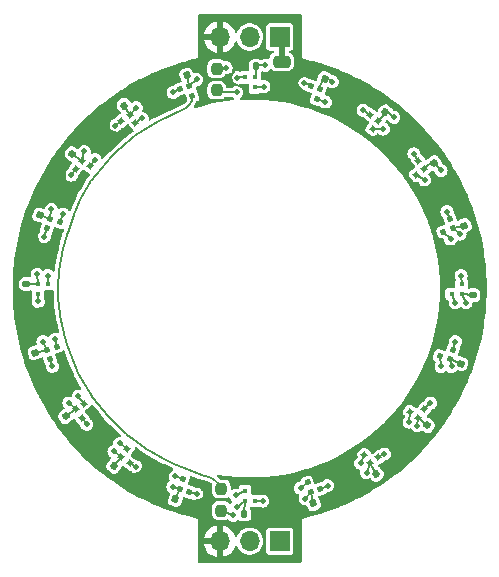
<source format=gtl>
%TF.GenerationSoftware,KiCad,Pcbnew,7.0.2-6a45011f42~172~ubuntu22.04.1*%
%TF.CreationDate,2023-05-13T10:52:22-06:00*%
%TF.ProjectId,ring-40mm,72696e67-2d34-4306-9d6d-2e6b69636164,rev?*%
%TF.SameCoordinates,Original*%
%TF.FileFunction,Copper,L1,Top*%
%TF.FilePolarity,Positive*%
%FSLAX46Y46*%
G04 Gerber Fmt 4.6, Leading zero omitted, Abs format (unit mm)*
G04 Created by KiCad (PCBNEW 7.0.2-6a45011f42~172~ubuntu22.04.1) date 2023-05-13 10:52:22*
%MOMM*%
%LPD*%
G01*
G04 APERTURE LIST*
G04 Aperture macros list*
%AMRoundRect*
0 Rectangle with rounded corners*
0 $1 Rounding radius*
0 $2 $3 $4 $5 $6 $7 $8 $9 X,Y pos of 4 corners*
0 Add a 4 corners polygon primitive as box body*
4,1,4,$2,$3,$4,$5,$6,$7,$8,$9,$2,$3,0*
0 Add four circle primitives for the rounded corners*
1,1,$1+$1,$2,$3*
1,1,$1+$1,$4,$5*
1,1,$1+$1,$6,$7*
1,1,$1+$1,$8,$9*
0 Add four rect primitives between the rounded corners*
20,1,$1+$1,$2,$3,$4,$5,0*
20,1,$1+$1,$4,$5,$6,$7,0*
20,1,$1+$1,$6,$7,$8,$9,0*
20,1,$1+$1,$8,$9,$2,$3,0*%
%AMRotRect*
0 Rectangle, with rotation*
0 The origin of the aperture is its center*
0 $1 length*
0 $2 width*
0 $3 Rotation angle, in degrees counterclockwise*
0 Add horizontal line*
21,1,$1,$2,0,0,$3*%
G04 Aperture macros list end*
%TA.AperFunction,ComponentPad*%
%ADD10R,1.700000X1.700000*%
%TD*%
%TA.AperFunction,ComponentPad*%
%ADD11O,1.700000X1.700000*%
%TD*%
%TA.AperFunction,SMDPad,CuDef*%
%ADD12RotRect,0.450000X0.450000X216.000000*%
%TD*%
%TA.AperFunction,SMDPad,CuDef*%
%ADD13RoundRect,0.140000X-0.213186X-0.055243X0.013339X-0.219823X0.213186X0.055243X-0.013339X0.219823X0*%
%TD*%
%TA.AperFunction,SMDPad,CuDef*%
%ADD14RoundRect,0.140000X-0.080615X-0.204942X0.185681X-0.118417X0.080615X0.204942X-0.185681X0.118417X0*%
%TD*%
%TA.AperFunction,SMDPad,CuDef*%
%ADD15RoundRect,0.237500X-0.237500X0.250000X-0.237500X-0.250000X0.237500X-0.250000X0.237500X0.250000X0*%
%TD*%
%TA.AperFunction,SMDPad,CuDef*%
%ADD16RotRect,0.450000X0.450000X126.000000*%
%TD*%
%TA.AperFunction,SMDPad,CuDef*%
%ADD17RotRect,0.450000X0.450000X162.000000*%
%TD*%
%TA.AperFunction,SMDPad,CuDef*%
%ADD18RoundRect,0.140000X-0.204942X0.080615X-0.118417X-0.185681X0.204942X-0.080615X0.118417X0.185681X0*%
%TD*%
%TA.AperFunction,SMDPad,CuDef*%
%ADD19RotRect,0.450000X0.450000X324.000000*%
%TD*%
%TA.AperFunction,SMDPad,CuDef*%
%ADD20RotRect,0.450000X0.450000X72.000000*%
%TD*%
%TA.AperFunction,SMDPad,CuDef*%
%ADD21RoundRect,0.140000X0.055243X-0.213186X0.219823X0.013339X-0.055243X0.213186X-0.219823X-0.013339X0*%
%TD*%
%TA.AperFunction,SMDPad,CuDef*%
%ADD22RoundRect,0.140000X0.013339X0.219823X-0.213186X0.055243X-0.013339X-0.219823X0.213186X-0.055243X0*%
%TD*%
%TA.AperFunction,SMDPad,CuDef*%
%ADD23R,0.450000X0.450000*%
%TD*%
%TA.AperFunction,SMDPad,CuDef*%
%ADD24RoundRect,0.140000X0.118417X-0.185681X0.204942X0.080615X-0.118417X0.185681X-0.204942X-0.080615X0*%
%TD*%
%TA.AperFunction,SMDPad,CuDef*%
%ADD25RoundRect,0.140000X0.213186X0.055243X-0.013339X0.219823X-0.213186X-0.055243X0.013339X-0.219823X0*%
%TD*%
%TA.AperFunction,SMDPad,CuDef*%
%ADD26RotRect,0.450000X0.450000X54.000000*%
%TD*%
%TA.AperFunction,SMDPad,CuDef*%
%ADD27RoundRect,0.140000X0.185681X0.118417X-0.080615X0.204942X-0.185681X-0.118417X0.080615X-0.204942X0*%
%TD*%
%TA.AperFunction,SMDPad,CuDef*%
%ADD28RoundRect,0.140000X0.219823X-0.013339X0.055243X0.213186X-0.219823X0.013339X-0.055243X-0.213186X0*%
%TD*%
%TA.AperFunction,SMDPad,CuDef*%
%ADD29RoundRect,0.250000X0.475000X-0.250000X0.475000X0.250000X-0.475000X0.250000X-0.475000X-0.250000X0*%
%TD*%
%TA.AperFunction,SMDPad,CuDef*%
%ADD30RoundRect,0.140000X-0.055243X0.213186X-0.219823X-0.013339X0.055243X-0.213186X0.219823X0.013339X0*%
%TD*%
%TA.AperFunction,SMDPad,CuDef*%
%ADD31RotRect,0.450000X0.450000X288.000000*%
%TD*%
%TA.AperFunction,SMDPad,CuDef*%
%ADD32RotRect,0.450000X0.450000X306.000000*%
%TD*%
%TA.AperFunction,SMDPad,CuDef*%
%ADD33RotRect,0.450000X0.450000X108.000000*%
%TD*%
%TA.AperFunction,SMDPad,CuDef*%
%ADD34RotRect,0.450000X0.450000X198.000000*%
%TD*%
%TA.AperFunction,SMDPad,CuDef*%
%ADD35RoundRect,0.140000X0.080615X0.204942X-0.185681X0.118417X-0.080615X-0.204942X0.185681X-0.118417X0*%
%TD*%
%TA.AperFunction,SMDPad,CuDef*%
%ADD36RoundRect,0.140000X-0.140000X-0.170000X0.140000X-0.170000X0.140000X0.170000X-0.140000X0.170000X0*%
%TD*%
%TA.AperFunction,SMDPad,CuDef*%
%ADD37RoundRect,0.140000X0.170000X-0.140000X0.170000X0.140000X-0.170000X0.140000X-0.170000X-0.140000X0*%
%TD*%
%TA.AperFunction,SMDPad,CuDef*%
%ADD38RoundRect,0.140000X-0.013339X-0.219823X0.213186X-0.055243X0.013339X0.219823X-0.213186X0.055243X0*%
%TD*%
%TA.AperFunction,SMDPad,CuDef*%
%ADD39RoundRect,0.140000X0.140000X0.170000X-0.140000X0.170000X-0.140000X-0.170000X0.140000X-0.170000X0*%
%TD*%
%TA.AperFunction,SMDPad,CuDef*%
%ADD40RoundRect,0.140000X-0.219823X0.013339X-0.055243X-0.213186X0.219823X-0.013339X0.055243X0.213186X0*%
%TD*%
%TA.AperFunction,SMDPad,CuDef*%
%ADD41RotRect,0.450000X0.450000X234.000000*%
%TD*%
%TA.AperFunction,SMDPad,CuDef*%
%ADD42RotRect,0.450000X0.450000X342.000000*%
%TD*%
%TA.AperFunction,SMDPad,CuDef*%
%ADD43RoundRect,0.140000X-0.118417X0.185681X-0.204942X-0.080615X0.118417X-0.185681X0.204942X0.080615X0*%
%TD*%
%TA.AperFunction,SMDPad,CuDef*%
%ADD44RotRect,0.450000X0.450000X144.000000*%
%TD*%
%TA.AperFunction,SMDPad,CuDef*%
%ADD45RoundRect,0.140000X-0.185681X-0.118417X0.080615X-0.204942X0.185681X0.118417X-0.080615X0.204942X0*%
%TD*%
%TA.AperFunction,SMDPad,CuDef*%
%ADD46RotRect,0.450000X0.450000X36.000000*%
%TD*%
%TA.AperFunction,SMDPad,CuDef*%
%ADD47RoundRect,0.140000X0.204942X-0.080615X0.118417X0.185681X-0.204942X0.080615X-0.118417X-0.185681X0*%
%TD*%
%TA.AperFunction,SMDPad,CuDef*%
%ADD48RotRect,0.450000X0.450000X18.000000*%
%TD*%
%TA.AperFunction,SMDPad,CuDef*%
%ADD49RoundRect,0.140000X-0.170000X0.140000X-0.170000X-0.140000X0.170000X-0.140000X0.170000X0.140000X0*%
%TD*%
%TA.AperFunction,SMDPad,CuDef*%
%ADD50RotRect,0.450000X0.450000X252.000000*%
%TD*%
%TA.AperFunction,ViaPad*%
%ADD51C,0.500000*%
%TD*%
%TA.AperFunction,Conductor*%
%ADD52C,0.127000*%
%TD*%
%TA.AperFunction,Conductor*%
%ADD53C,0.500000*%
%TD*%
G04 APERTURE END LIST*
D10*
%TO.P,J2,1,Pin_1*%
%TO.N,GND*%
X102440000Y-121400000D03*
D11*
%TO.P,J2,2,Pin_2*%
%TO.N,/SIGNAL_OUT*%
X99900000Y-121400000D03*
%TO.P,J2,3,Pin_3*%
%TO.N,VCC*%
X97360000Y-121400000D03*
%TD*%
D10*
%TO.P,J1,1,Pin_1*%
%TO.N,GND*%
X102440000Y-78700000D03*
D11*
%TO.P,J1,2,Pin_2*%
%TO.N,/SIGNAL_IN*%
X99900000Y-78700000D03*
%TO.P,J1,3,Pin_3*%
%TO.N,VCC*%
X97360000Y-78700000D03*
%TD*%
D12*
%TO.P,D19,1,DOUT*%
%TO.N,Net-(D19-DOUT)*%
X90227517Y-85984405D03*
%TO.P,D19,2,VDD*%
%TO.N,VCC*%
X89539853Y-86484023D03*
%TO.P,D19,3,GND*%
%TO.N,GND*%
X89727899Y-85296741D03*
%TO.P,D19,4,DIN*%
%TO.N,Net-(D18-DOUT)*%
X89040235Y-85796359D03*
%TD*%
D13*
%TO.P,C3,1*%
%TO.N,VCC*%
X110611672Y-84517863D03*
%TO.P,C3,2*%
%TO.N,GND*%
X111388328Y-85082137D03*
%TD*%
D14*
%TO.P,C20,1*%
%TO.N,VCC*%
X93643493Y-82248328D03*
%TO.P,C20,2*%
%TO.N,GND*%
X94556507Y-81951672D03*
%TD*%
D15*
%TO.P,R2,1*%
%TO.N,Net-(D20-DOUT)*%
X97500000Y-116975000D03*
%TO.P,R2,2*%
%TO.N,/SIGNAL_OUT*%
X97500000Y-118800000D03*
%TD*%
D16*
%TO.P,D4,1,DOUT*%
%TO.N,Net-(D4-DOUT)*%
X113983892Y-90355579D03*
%TO.P,D4,2,VDD*%
%TO.N,VCC*%
X113484274Y-89667915D03*
%TO.P,D4,3,GND*%
%TO.N,GND*%
X114671556Y-89855961D03*
%TO.P,D4,4,DIN*%
%TO.N,Net-(D3-DOUT)*%
X114171938Y-89168297D03*
%TD*%
D17*
%TO.P,D2,1,DOUT*%
%TO.N,Net-(D2-DOUT)*%
X105600782Y-83940221D03*
%TO.P,D2,2,VDD*%
%TO.N,VCC*%
X104792384Y-83677557D03*
%TO.P,D2,3,GND*%
%TO.N,GND*%
X105863446Y-83131823D03*
%TO.P,D2,4,DIN*%
%TO.N,Net-(D1-DOUT)*%
X105055048Y-82869159D03*
%TD*%
D18*
%TO.P,C5,1*%
%TO.N,VCC*%
X117751672Y-93772170D03*
%TO.P,C5,2*%
%TO.N,GND*%
X118048328Y-94685184D03*
%TD*%
D19*
%TO.P,D13,1,DOUT*%
%TO.N,Net-(D13-DOUT)*%
X89539853Y-113612336D03*
%TO.P,D13,2,VDD*%
%TO.N,VCC*%
X90227517Y-114111954D03*
%TO.P,D13,3,GND*%
%TO.N,GND*%
X89040235Y-114300000D03*
%TO.P,D13,4,DIN*%
%TO.N,Net-(D12-DOUT)*%
X89727899Y-114799618D03*
%TD*%
D20*
%TO.P,D7,1,DOUT*%
%TO.N,Net-(D7-DOUT)*%
X116028076Y-105728844D03*
%TO.P,D7,2,VDD*%
%TO.N,VCC*%
X116290740Y-104920446D03*
%TO.P,D7,3,GND*%
%TO.N,GND*%
X116836474Y-105991508D03*
%TO.P,D7,4,DIN*%
%TO.N,Net-(D6-DOUT)*%
X117099138Y-105183110D03*
%TD*%
D21*
%TO.P,C18,1*%
%TO.N,VCC*%
X84317863Y-89388328D03*
%TO.P,C18,2*%
%TO.N,GND*%
X84882137Y-88611672D03*
%TD*%
D22*
%TO.P,C9,1*%
%TO.N,VCC*%
X111388328Y-115117863D03*
%TO.P,C9,2*%
%TO.N,GND*%
X110611672Y-115682137D03*
%TD*%
D23*
%TO.P,D1,1,DOUT*%
%TO.N,Net-(D1-DOUT)*%
X100345118Y-82973180D03*
%TO.P,D1,2,VDD*%
%TO.N,VCC*%
X99495118Y-82973180D03*
%TO.P,D1,3,GND*%
%TO.N,GND*%
X100345118Y-82123180D03*
%TO.P,D1,4,DIN*%
%TO.N,Net-(D1-DIN)*%
X99495118Y-82123180D03*
%TD*%
D24*
%TO.P,C17,1*%
%TO.N,VCC*%
X81851672Y-94685184D03*
%TO.P,C17,2*%
%TO.N,GND*%
X82148328Y-93772170D03*
%TD*%
D25*
%TO.P,C13,1*%
%TO.N,VCC*%
X89188328Y-115582137D03*
%TO.P,C13,2*%
%TO.N,GND*%
X88411672Y-115017863D03*
%TD*%
D26*
%TO.P,D8,1,DOUT*%
%TO.N,Net-(D8-DOUT)*%
X113484274Y-110428444D03*
%TO.P,D8,2,VDD*%
%TO.N,VCC*%
X113983892Y-109740780D03*
%TO.P,D8,3,GND*%
%TO.N,GND*%
X114171938Y-110928062D03*
%TO.P,D8,4,DIN*%
%TO.N,Net-(D7-DOUT)*%
X114671556Y-110240398D03*
%TD*%
D27*
%TO.P,C12,1*%
%TO.N,VCC*%
X94505184Y-118148328D03*
%TO.P,C12,2*%
%TO.N,GND*%
X93592170Y-117851672D03*
%TD*%
D23*
%TO.P,D6,1,DOUT*%
%TO.N,Net-(D6-DOUT)*%
X116995118Y-100473180D03*
%TO.P,D6,2,VDD*%
%TO.N,VCC*%
X116995118Y-99623180D03*
%TO.P,D6,3,GND*%
%TO.N,GND*%
X117845118Y-100473180D03*
%TO.P,D6,4,DIN*%
%TO.N,Net-(D5-DOUT)*%
X117845118Y-99623180D03*
%TD*%
D28*
%TO.P,C14,1*%
%TO.N,VCC*%
X84900000Y-111600000D03*
%TO.P,C14,2*%
%TO.N,GND*%
X84335726Y-110823344D03*
%TD*%
D29*
%TO.P,C21,1*%
%TO.N,VCC*%
X102600000Y-82700000D03*
%TO.P,C21,2*%
%TO.N,GND*%
X102600000Y-80800000D03*
%TD*%
D30*
%TO.P,C8,1*%
%TO.N,VCC*%
X115482137Y-110811672D03*
%TO.P,C8,2*%
%TO.N,GND*%
X114917863Y-111588328D03*
%TD*%
D31*
%TO.P,D15,1,DOUT*%
%TO.N,Net-(D15-DOUT)*%
X83549495Y-104920446D03*
%TO.P,D15,2,VDD*%
%TO.N,VCC*%
X83812159Y-105728844D03*
%TO.P,D15,3,GND*%
%TO.N,GND*%
X82741097Y-105183110D03*
%TO.P,D15,4,DIN*%
%TO.N,Net-(D14-DOUT)*%
X83003761Y-105991508D03*
%TD*%
D32*
%TO.P,D14,1,DOUT*%
%TO.N,Net-(D14-DOUT)*%
X85856343Y-109740780D03*
%TO.P,D14,2,VDD*%
%TO.N,VCC*%
X86355961Y-110428444D03*
%TO.P,D14,3,GND*%
%TO.N,GND*%
X85168679Y-110240398D03*
%TO.P,D14,4,DIN*%
%TO.N,Net-(D13-DOUT)*%
X85668297Y-110928062D03*
%TD*%
D23*
%TO.P,D11,1,DOUT*%
%TO.N,Net-(D11-DOUT)*%
X99495118Y-117123180D03*
%TO.P,D11,2,VDD*%
%TO.N,VCC*%
X100345118Y-117123180D03*
%TO.P,D11,3,GND*%
%TO.N,GND*%
X99495118Y-117973180D03*
%TO.P,D11,4,DIN*%
%TO.N,Net-(D10-DOUT)*%
X100345118Y-117973180D03*
%TD*%
D33*
%TO.P,D5,1,DOUT*%
%TO.N,Net-(D5-DOUT)*%
X116290740Y-95175913D03*
%TO.P,D5,2,VDD*%
%TO.N,VCC*%
X116028076Y-94367515D03*
%TO.P,D5,3,GND*%
%TO.N,GND*%
X117099138Y-94913249D03*
%TO.P,D5,4,DIN*%
%TO.N,Net-(D4-DOUT)*%
X116836474Y-94104851D03*
%TD*%
D23*
%TO.P,D16,1,DOUT*%
%TO.N,Net-(D16-DOUT)*%
X82845118Y-99623180D03*
%TO.P,D16,2,VDD*%
%TO.N,VCC*%
X82845118Y-100473180D03*
%TO.P,D16,3,GND*%
%TO.N,GND*%
X81995118Y-99623180D03*
%TO.P,D16,4,DIN*%
%TO.N,Net-(D15-DOUT)*%
X81995118Y-100473180D03*
%TD*%
D34*
%TO.P,D20,1,DOUT*%
%TO.N,Net-(D20-DOUT)*%
X95047851Y-83677557D03*
%TO.P,D20,2,VDD*%
%TO.N,VCC*%
X94239453Y-83940221D03*
%TO.P,D20,3,GND*%
%TO.N,GND*%
X94785187Y-82869159D03*
%TO.P,D20,4,DIN*%
%TO.N,Net-(D19-DOUT)*%
X93976789Y-83131823D03*
%TD*%
D35*
%TO.P,C10,1*%
%TO.N,VCC*%
X106200000Y-117900000D03*
%TO.P,C10,2*%
%TO.N,GND*%
X105286986Y-118196656D03*
%TD*%
D36*
%TO.P,C1,1*%
%TO.N,VCC*%
X99440000Y-81200000D03*
%TO.P,C1,2*%
%TO.N,GND*%
X100400000Y-81200000D03*
%TD*%
D37*
%TO.P,C16,1*%
%TO.N,VCC*%
X81000000Y-100580000D03*
%TO.P,C16,2*%
%TO.N,GND*%
X81000000Y-99620000D03*
%TD*%
D38*
%TO.P,C19,1*%
%TO.N,VCC*%
X88511672Y-85082137D03*
%TO.P,C19,2*%
%TO.N,GND*%
X89288328Y-84517863D03*
%TD*%
D15*
%TO.P,R1,1*%
%TO.N,/SIGNAL_IN*%
X97100000Y-81375000D03*
%TO.P,R1,2*%
%TO.N,Net-(D1-DIN)*%
X97100000Y-83200000D03*
%TD*%
D39*
%TO.P,C11,1*%
%TO.N,VCC*%
X100400000Y-119100000D03*
%TO.P,C11,2*%
%TO.N,GND*%
X99440000Y-119100000D03*
%TD*%
D40*
%TO.P,C4,1*%
%TO.N,VCC*%
X114917863Y-88611672D03*
%TO.P,C4,2*%
%TO.N,GND*%
X115482137Y-89388328D03*
%TD*%
D41*
%TO.P,D18,1,DOUT*%
%TO.N,Net-(D18-DOUT)*%
X86355961Y-89667915D03*
%TO.P,D18,2,VDD*%
%TO.N,VCC*%
X85856343Y-90355579D03*
%TO.P,D18,3,GND*%
%TO.N,GND*%
X85668297Y-89168297D03*
%TO.P,D18,4,DIN*%
%TO.N,Net-(D17-DOUT)*%
X85168679Y-89855961D03*
%TD*%
D42*
%TO.P,D12,1,DOUT*%
%TO.N,Net-(D12-DOUT)*%
X94239453Y-116156138D03*
%TO.P,D12,2,VDD*%
%TO.N,VCC*%
X95047851Y-116418802D03*
%TO.P,D12,3,GND*%
%TO.N,GND*%
X93976789Y-116964536D03*
%TO.P,D12,4,DIN*%
%TO.N,Net-(D11-DOUT)*%
X94785187Y-117227200D03*
%TD*%
D43*
%TO.P,C7,1*%
%TO.N,VCC*%
X118048328Y-105443493D03*
%TO.P,C7,2*%
%TO.N,GND*%
X117751672Y-106356507D03*
%TD*%
D44*
%TO.P,D3,1,DOUT*%
%TO.N,Net-(D3-DOUT)*%
X110300382Y-86484023D03*
%TO.P,D3,2,VDD*%
%TO.N,VCC*%
X109612718Y-85984405D03*
%TO.P,D3,3,GND*%
%TO.N,GND*%
X110800000Y-85796359D03*
%TO.P,D3,4,DIN*%
%TO.N,Net-(D2-DOUT)*%
X110112336Y-85296741D03*
%TD*%
D45*
%TO.P,C2,1*%
%TO.N,VCC*%
X105334815Y-81951672D03*
%TO.P,C2,2*%
%TO.N,GND*%
X106247829Y-82248328D03*
%TD*%
D46*
%TO.P,D9,1,DOUT*%
%TO.N,Net-(D10-DIN)*%
X109612718Y-114111954D03*
%TO.P,D9,2,VDD*%
%TO.N,VCC*%
X110300382Y-113612336D03*
%TO.P,D9,3,GND*%
%TO.N,GND*%
X110112336Y-114799618D03*
%TO.P,D9,4,DIN*%
%TO.N,Net-(D8-DOUT)*%
X110800000Y-114300000D03*
%TD*%
D47*
%TO.P,C15,1*%
%TO.N,VCC*%
X82048328Y-106356507D03*
%TO.P,C15,2*%
%TO.N,GND*%
X81751672Y-105443493D03*
%TD*%
D48*
%TO.P,D10,1,DOUT*%
%TO.N,Net-(D10-DOUT)*%
X104792384Y-116418802D03*
%TO.P,D10,2,VDD*%
%TO.N,VCC*%
X105600782Y-116156138D03*
%TO.P,D10,3,GND*%
%TO.N,GND*%
X105055048Y-117227200D03*
%TO.P,D10,4,DIN*%
%TO.N,Net-(D10-DIN)*%
X105863446Y-116964536D03*
%TD*%
D49*
%TO.P,C6,1*%
%TO.N,VCC*%
X118800000Y-99620000D03*
%TO.P,C6,2*%
%TO.N,GND*%
X118800000Y-100580000D03*
%TD*%
D50*
%TO.P,D17,1,DOUT*%
%TO.N,Net-(D17-DOUT)*%
X83812159Y-94367515D03*
%TO.P,D17,2,VDD*%
%TO.N,VCC*%
X83549495Y-95175913D03*
%TO.P,D17,3,GND*%
%TO.N,GND*%
X83003761Y-94104851D03*
%TO.P,D17,4,DIN*%
%TO.N,Net-(D16-DOUT)*%
X82741097Y-94913249D03*
%TD*%
D51*
%TO.N,GND*%
X85900000Y-88400000D03*
X98800000Y-118500000D03*
X81900000Y-98800000D03*
X117700000Y-95400000D03*
X116100000Y-90000000D03*
X88400000Y-113800000D03*
X109800000Y-115600000D03*
X93400000Y-116800000D03*
X118200000Y-101200000D03*
X104600000Y-117800000D03*
X114100000Y-111600000D03*
X95400000Y-82300000D03*
X117000000Y-106600000D03*
X106900000Y-82500000D03*
X101200000Y-81100000D03*
X90300000Y-84700000D03*
X112100000Y-85500000D03*
X82400000Y-104500000D03*
X84600000Y-109700000D03*
X83100000Y-93300000D03*
%TO.N,Net-(D1-DOUT)*%
X104477286Y-82636966D03*
X101100000Y-82900000D03*
%TO.N,Net-(D1-DIN)*%
X98800000Y-83400000D03*
X98862746Y-82162746D03*
%TO.N,Net-(D2-DOUT)*%
X106300000Y-84200000D03*
X109500000Y-84900000D03*
%TO.N,Net-(D3-DOUT)*%
X113800000Y-88600000D03*
X111200000Y-86500000D03*
%TO.N,Net-(D4-DOUT)*%
X116600000Y-93500000D03*
X114700000Y-90800000D03*
%TO.N,Net-(D5-DOUT)*%
X116900000Y-95800000D03*
X117800000Y-98900000D03*
%TO.N,Net-(D6-DOUT)*%
X117300000Y-101200000D03*
X117300000Y-104500000D03*
%TO.N,Net-(D7-DOUT)*%
X115200000Y-109700000D03*
X116100000Y-106600000D03*
%TO.N,Net-(D8-DOUT)*%
X113400000Y-111300000D03*
X111300000Y-114000000D03*
%TO.N,Net-(D10-DIN)*%
X109300000Y-114800000D03*
X106500000Y-116700000D03*
%TO.N,Net-(D10-DOUT)*%
X104200000Y-116900000D03*
X101000000Y-118000000D03*
%TO.N,Net-(D11-DOUT)*%
X98700000Y-117500000D03*
X95400000Y-117400000D03*
%TO.N,Net-(D12-DOUT)*%
X90300000Y-115100000D03*
X93600000Y-115900000D03*
%TO.N,Net-(D13-DOUT)*%
X86100000Y-111500000D03*
X88900000Y-113100000D03*
%TO.N,Net-(D14-DOUT)*%
X85400000Y-109100000D03*
X83200000Y-106600000D03*
%TO.N,Net-(D15-DOUT)*%
X83400000Y-104300000D03*
X82000000Y-101100000D03*
%TO.N,Net-(D16-DOUT)*%
X82800000Y-98900000D03*
X82500000Y-95600000D03*
%TO.N,Net-(D17-DOUT)*%
X84100000Y-93700000D03*
X84800000Y-90400000D03*
%TO.N,Net-(D18-DOUT)*%
X88500000Y-86200000D03*
X86800000Y-89100000D03*
%TO.N,Net-(D19-DOUT)*%
X93400000Y-83400000D03*
X90800000Y-85600000D03*
%TO.N,/SIGNAL_IN*%
X97900000Y-81315000D03*
%TO.N,/SIGNAL_OUT*%
X98500000Y-119200000D03*
%TD*%
D52*
%TO.N,VCC*%
X84245330Y-89949364D02*
X84317863Y-89388328D01*
X104514928Y-83400100D02*
X104036178Y-82921350D01*
X83599999Y-107099999D02*
X83512132Y-107158578D01*
X99220000Y-81200000D02*
X99440000Y-81200000D01*
X93596940Y-84139054D02*
X94239453Y-83940221D01*
X88068660Y-85746911D02*
X88511672Y-85082137D01*
X82755774Y-101043784D02*
X82845118Y-100473180D01*
X95554474Y-117947088D02*
X94505184Y-118148328D01*
X96120943Y-117362829D02*
X96100000Y-117300000D01*
X82162829Y-96262829D02*
X82150000Y-96250000D01*
X90218292Y-115674686D02*
X89188328Y-115582137D01*
D53*
X102600000Y-82700000D02*
X104000000Y-81300000D01*
D52*
X104514928Y-83400100D02*
X104699899Y-83585071D01*
X83873032Y-106540454D02*
X83812159Y-105728844D01*
X98567111Y-82667111D02*
X98476776Y-82576776D01*
X84250000Y-90650000D02*
X84261921Y-90733447D01*
X89041227Y-86730991D02*
X89539853Y-86484023D01*
X99097969Y-82887000D02*
X99408938Y-82887000D01*
X82630380Y-107009660D02*
X82048328Y-106356507D01*
X90900000Y-115000000D02*
X90900000Y-115017157D01*
X98476776Y-81723223D02*
X98844436Y-81355563D01*
X95730084Y-116835241D02*
X95047851Y-116418802D01*
X104665343Y-81951672D02*
X105334815Y-81951672D01*
X81887013Y-95646685D02*
X81851672Y-94685184D01*
X82399999Y-101599999D02*
X82353058Y-101631294D01*
X90674164Y-114502520D02*
X90227517Y-114111954D01*
X104699899Y-83585071D02*
X104792384Y-83677557D01*
X92923435Y-83908589D02*
X92900000Y-83850000D01*
X92749999Y-83300000D02*
X92755734Y-83334405D01*
X85010318Y-91031875D02*
X85856343Y-90355579D01*
X83158584Y-95904448D02*
X83549495Y-95175913D01*
X104036178Y-82263821D02*
X104124164Y-82175836D01*
X81376017Y-101422279D02*
X81000000Y-100580000D01*
X92937875Y-82810486D02*
X93643493Y-82248328D01*
X88279547Y-86719805D02*
X88350000Y-86750000D01*
X88349994Y-86750013D02*
G75*
G03*
X89041227Y-86730990I325006J758413D01*
G01*
X103899998Y-82592586D02*
G75*
G03*
X104036179Y-82921349I464902J-14D01*
G01*
X84245325Y-89949363D02*
G75*
G03*
X84250000Y-90650000I2576975J-333137D01*
G01*
X90899983Y-115000000D02*
G75*
G03*
X90674164Y-114502520I-660883J0D01*
G01*
X90700033Y-115500033D02*
G75*
G03*
X90900000Y-115017157I-482933J482833D01*
G01*
X88068648Y-85746903D02*
G75*
G03*
X87950000Y-86300000I640152J-426597D01*
G01*
X81376000Y-101422287D02*
G75*
G03*
X81800000Y-101750000I517100J230887D01*
G01*
X99220000Y-81199992D02*
G75*
G03*
X98844436Y-81355563I0J-531108D01*
G01*
X104665343Y-81951699D02*
G75*
G03*
X104124164Y-82175836I-43J-765301D01*
G01*
X92937895Y-82810511D02*
G75*
G03*
X92749999Y-83300000I322205J-404489D01*
G01*
X84550007Y-91099981D02*
G75*
G03*
X85010318Y-91031875I171693J429181D01*
G01*
X98299985Y-82150000D02*
G75*
G03*
X98476776Y-82576776I603515J0D01*
G01*
X83050000Y-107250000D02*
G75*
G03*
X83512132Y-107158578I120700J603600D01*
G01*
X98567115Y-82667107D02*
G75*
G03*
X99097969Y-82887000I530885J530907D01*
G01*
X95554474Y-117947086D02*
G75*
G03*
X96000000Y-117750000I-203874J1062986D01*
G01*
X93200002Y-84149993D02*
G75*
G03*
X93596940Y-84139053I178898J715593D01*
G01*
X82400015Y-101600024D02*
G75*
G03*
X82755773Y-101043784I-455515J683224D01*
G01*
X92755726Y-83334406D02*
G75*
G03*
X92900001Y-83850000I2456874J409506D01*
G01*
X82699999Y-96349998D02*
G75*
G03*
X83158583Y-95904448I-472599J945198D01*
G01*
X104036195Y-82263838D02*
G75*
G03*
X103900000Y-82592586I328705J-328762D01*
G01*
X95999987Y-117749982D02*
G75*
G03*
X96120942Y-117362829I-208087J277482D01*
G01*
X82630381Y-107009659D02*
G75*
G03*
X83050000Y-107250000I569119J507159D01*
G01*
X98476788Y-81723235D02*
G75*
G03*
X98300000Y-82150000I426712J-426765D01*
G01*
X84261955Y-90733442D02*
G75*
G03*
X84550000Y-91099999I461045J65842D01*
G01*
X90218292Y-115674691D02*
G75*
G03*
X90699999Y-115499999I54108J602291D01*
G01*
X81799995Y-101750032D02*
G75*
G03*
X82353058Y-101631294I126405J758632D01*
G01*
X92923417Y-83908596D02*
G75*
G03*
X93200000Y-84149999I374383J149796D01*
G01*
X96099976Y-117300008D02*
G75*
G03*
X95730084Y-116835241I-820576J-273492D01*
G01*
X81887003Y-95646685D02*
G75*
G03*
X82150000Y-96250000I899397J33085D01*
G01*
X83600006Y-107100009D02*
G75*
G03*
X83873031Y-106540454I-342306J513409D01*
G01*
X82162845Y-96262813D02*
G75*
G03*
X82700000Y-96349999I329055J329013D01*
G01*
X87950060Y-86299990D02*
G75*
G03*
X88279547Y-86719805I548640J91390D01*
G01*
%TO.N,GND*%
X116836474Y-105991508D02*
X117751672Y-106356507D01*
X85168679Y-110240398D02*
X84335726Y-110823344D01*
X85668297Y-89168297D02*
X85900000Y-88400000D01*
X99495118Y-117973180D02*
X99440000Y-119100000D01*
X89727899Y-85296741D02*
X89288328Y-84517863D01*
X106470369Y-82248328D02*
X106247829Y-82248328D01*
X116836474Y-105991508D02*
X117000000Y-106600000D01*
X82741097Y-105183110D02*
X81751672Y-105443493D01*
X118200000Y-101200000D02*
X117845118Y-100473180D01*
X112100000Y-85500000D02*
X111786014Y-85186014D01*
X114171938Y-110928062D02*
X114100000Y-111600000D01*
X115017938Y-89509578D02*
X114671556Y-89855961D01*
X105863446Y-82882267D02*
X105863446Y-83131823D01*
X85668297Y-89168297D02*
X84882137Y-88611672D01*
X90300000Y-84700000D02*
X89727899Y-85296741D01*
X117099138Y-94913249D02*
X118048328Y-94685184D01*
X106774164Y-82374164D02*
X106900000Y-82500000D01*
X106039908Y-82456248D02*
X106247829Y-82248328D01*
X93976789Y-116964536D02*
X93592170Y-117851672D01*
X116100000Y-90000000D02*
X115488328Y-89388328D01*
X93400000Y-116800000D02*
X93976789Y-116964536D01*
X94785187Y-82869159D02*
X94556507Y-81951672D01*
X83003761Y-94104851D02*
X82148328Y-93772170D01*
X81995118Y-99623180D02*
X81000000Y-99620000D01*
X110112336Y-114799618D02*
X109800000Y-115600000D01*
X104600000Y-117800000D02*
X105055048Y-117227200D01*
X82741097Y-105183110D02*
X82400000Y-104500000D01*
X105055048Y-117227200D02*
X105286986Y-118196656D01*
D53*
X102600000Y-78860000D02*
X102440000Y-78700000D01*
D52*
X117845118Y-100473180D02*
X118800000Y-100580000D01*
X110112336Y-114799618D02*
X110611672Y-115682137D01*
X99495118Y-117973180D02*
X98800000Y-118500000D01*
X81995118Y-99623180D02*
X81900000Y-98800000D01*
X111388328Y-85208031D02*
X110800000Y-85796359D01*
X85168679Y-110240398D02*
X84600000Y-109700000D01*
X100400000Y-81200000D02*
X100400000Y-82068298D01*
X111535232Y-85082137D02*
X111388328Y-85082137D01*
X115310663Y-89388328D02*
X115482137Y-89388328D01*
D53*
X102600000Y-80800000D02*
X102600000Y-78860000D01*
D52*
X94785187Y-82869159D02*
X95400000Y-82300000D01*
X83100000Y-93300000D02*
X83003761Y-94104851D01*
X88400000Y-113800000D02*
X89040235Y-114300000D01*
X89040235Y-114300000D02*
X88411672Y-115017863D01*
X117099138Y-94913249D02*
X117700000Y-95400000D01*
X114171938Y-110928062D02*
X114917863Y-111588328D01*
X101200000Y-81100000D02*
X100500000Y-81100000D01*
X106774188Y-82374140D02*
G75*
G03*
X106470369Y-82248328I-303788J-303860D01*
G01*
X106039931Y-82456271D02*
G75*
G03*
X105863446Y-82882267I425969J-426029D01*
G01*
X111785999Y-85186029D02*
G75*
G03*
X111535232Y-85082137I-250799J-250771D01*
G01*
X115310663Y-89388301D02*
G75*
G03*
X115017939Y-89509579I37J-413999D01*
G01*
%TO.N,Net-(D1-DOUT)*%
X101100000Y-82900000D02*
X100418298Y-82900000D01*
X104938951Y-82753062D02*
X105055048Y-82869159D01*
X104477286Y-82636966D02*
X104658669Y-82636966D01*
X104938957Y-82753056D02*
G75*
G03*
X104658669Y-82636966I-280257J-280244D01*
G01*
%TO.N,Net-(D1-DIN)*%
X98930289Y-82123180D02*
X99495118Y-82123180D01*
X98882529Y-82142963D02*
X98862746Y-82162746D01*
X98800000Y-83400000D02*
X97300000Y-83400000D01*
X98930289Y-82123166D02*
G75*
G03*
X98882529Y-82142963I11J-67534D01*
G01*
%TO.N,Net-(D2-DOUT)*%
X106300000Y-84200000D02*
X105600782Y-83940221D01*
X109500000Y-84900000D02*
X110112336Y-85296741D01*
%TO.N,Net-(D3-DOUT)*%
X113800000Y-88600000D02*
X114171938Y-89168297D01*
X111200000Y-86500000D02*
X110300382Y-86484023D01*
%TO.N,Net-(D4-DOUT)*%
X114700000Y-90800000D02*
X113983892Y-90355579D01*
X116600000Y-93500000D02*
X116836474Y-94104851D01*
%TO.N,Net-(D5-DOUT)*%
X117800000Y-98900000D02*
X117845118Y-99623180D01*
X116900000Y-95800000D02*
X116290740Y-95175913D01*
%TO.N,Net-(D6-DOUT)*%
X117300000Y-104500000D02*
X117099138Y-105183110D01*
X117300000Y-101200000D02*
X116995118Y-100473180D01*
%TO.N,Net-(D7-DOUT)*%
X116100000Y-106600000D02*
X116028076Y-105728844D01*
X115200000Y-109700000D02*
X114671556Y-110240398D01*
%TO.N,Net-(D8-DOUT)*%
X111300000Y-114000000D02*
X110800000Y-114300000D01*
X113400000Y-111300000D02*
X113484274Y-110428444D01*
%TO.N,Net-(D10-DIN)*%
X109300000Y-114800000D02*
X109612718Y-114111954D01*
X106500000Y-116700000D02*
X105863446Y-116964536D01*
%TO.N,Net-(D10-DOUT)*%
X104200000Y-116900000D02*
X104792384Y-116418802D01*
X101000000Y-118000000D02*
X100345118Y-117973180D01*
%TO.N,Net-(D11-DOUT)*%
X95400000Y-117400000D02*
X94785187Y-117227200D01*
X98700000Y-117500000D02*
X99495118Y-117123180D01*
%TO.N,Net-(D12-DOUT)*%
X93600000Y-115900000D02*
X94239453Y-116156138D01*
X90300000Y-115100000D02*
X89727899Y-114799618D01*
%TO.N,Net-(D13-DOUT)*%
X88900000Y-113100000D02*
X89539853Y-113612336D01*
X86100000Y-111500000D02*
X85668297Y-110928062D01*
%TO.N,Net-(D14-DOUT)*%
X85400000Y-109100000D02*
X85856343Y-109740780D01*
X83200000Y-106600000D02*
X83003761Y-105991508D01*
%TO.N,Net-(D15-DOUT)*%
X83400000Y-104300000D02*
X83549495Y-104920446D01*
X82000000Y-101100000D02*
X81995118Y-100473180D01*
%TO.N,Net-(D16-DOUT)*%
X82800000Y-98900000D02*
X82845118Y-99623180D01*
X82500000Y-95600000D02*
X82741097Y-94913249D01*
%TO.N,Net-(D17-DOUT)*%
X84100000Y-93700000D02*
X83812159Y-94367515D01*
X84800000Y-90400000D02*
X85168679Y-89855961D01*
%TO.N,Net-(D18-DOUT)*%
X88500000Y-86200000D02*
X89040235Y-85796359D01*
X86800000Y-89100000D02*
X86355961Y-89667915D01*
%TO.N,Net-(D19-DOUT)*%
X90800000Y-85600000D02*
X90227517Y-85984405D01*
X93400000Y-83400000D02*
X93976789Y-83131823D01*
%TO.N,Net-(D20-DOUT)*%
X84548964Y-105067880D02*
X84192998Y-103847424D01*
X86579261Y-109171854D02*
X86799962Y-109471377D01*
X96431174Y-115957314D02*
X95750000Y-115750000D01*
X97200000Y-116487500D02*
X97500000Y-116875000D01*
X89609368Y-112449792D02*
X89550000Y-112400000D01*
X86495015Y-90862755D02*
X86400000Y-91000000D01*
X94973925Y-84088778D02*
X95047851Y-83677557D01*
X84488293Y-95267670D02*
X84989807Y-93796564D01*
X88299999Y-88699999D02*
X88465584Y-88534415D01*
X92850000Y-114549999D02*
X93518717Y-114874805D01*
X94524287Y-84682778D02*
X92261135Y-85783771D01*
X83799999Y-98199999D02*
X83785500Y-98308745D01*
X89609360Y-112449801D02*
G75*
G03*
X92850000Y-114549999I10123340J12070201D01*
G01*
X83699995Y-101100000D02*
G75*
G03*
X84192999Y-103847424I13127605J937700D01*
G01*
X84488299Y-95267672D02*
G75*
G03*
X83800000Y-98199999I14568701J-4966628D01*
G01*
X92261137Y-85783775D02*
G75*
G03*
X90250000Y-87000001I5649363J-11612625D01*
G01*
X86799962Y-109471377D02*
G75*
G03*
X89550000Y-112400000I13628938J10042377D01*
G01*
X88299998Y-88699998D02*
G75*
G03*
X86495015Y-90862755I11090102J-11090102D01*
G01*
X97199999Y-116487501D02*
G75*
G03*
X96431174Y-115957314I-1216899J-942099D01*
G01*
X86400009Y-91000006D02*
G75*
G03*
X84989807Y-93796564I9326391J-6456794D01*
G01*
X93518719Y-114874801D02*
G75*
G03*
X95750000Y-115749999I6688981J13771401D01*
G01*
X90249999Y-86999999D02*
G75*
G03*
X88465584Y-88534415I9292601J-12611401D01*
G01*
X94524302Y-84682809D02*
G75*
G03*
X94973925Y-84088778I-359802J739509D01*
G01*
X84548952Y-105067883D02*
G75*
G03*
X86579262Y-109171854I12579248J3668983D01*
G01*
X83785496Y-98308744D02*
G75*
G03*
X83700001Y-101100000I13601804J-1813556D01*
G01*
%TO.N,/SIGNAL_IN*%
X97797573Y-81375000D02*
X97100000Y-81375000D01*
X97900000Y-81315000D02*
X97870000Y-81345000D01*
X97797573Y-81374989D02*
G75*
G03*
X97870000Y-81345000I27J102389D01*
G01*
%TO.N,/SIGNAL_OUT*%
X98500000Y-119200000D02*
X97500000Y-118800000D01*
%TD*%
%TA.AperFunction,Conductor*%
%TO.N,VCC*%
G36*
X104258691Y-76819407D02*
G01*
X104294655Y-76868907D01*
X104299500Y-76899500D01*
X104299500Y-80489198D01*
X104298447Y-80498891D01*
X104300066Y-80501414D01*
X104303241Y-80502412D01*
X104311985Y-80503426D01*
X104788232Y-80619138D01*
X105145294Y-80705892D01*
X105149472Y-80707004D01*
X105228106Y-80729788D01*
X105884104Y-80919868D01*
X105977974Y-80947178D01*
X105985608Y-80949399D01*
X105989633Y-80950663D01*
X106596632Y-81155676D01*
X106818490Y-81231052D01*
X106822388Y-81232468D01*
X107369263Y-81444208D01*
X107638168Y-81549098D01*
X107641883Y-81550637D01*
X108151321Y-81773931D01*
X108443017Y-81902908D01*
X108446587Y-81904574D01*
X108928448Y-82141383D01*
X109231457Y-82291780D01*
X109234928Y-82293590D01*
X109694357Y-82544856D01*
X109800605Y-82603608D01*
X110002081Y-82715019D01*
X110005367Y-82716920D01*
X110445226Y-82983075D01*
X110753261Y-83171732D01*
X110756410Y-83173744D01*
X110934788Y-83292621D01*
X111178060Y-83454746D01*
X111483599Y-83661064D01*
X111486643Y-83663204D01*
X111560164Y-83716981D01*
X111891008Y-83958980D01*
X111952997Y-84004973D01*
X112191709Y-84182088D01*
X112194599Y-84184316D01*
X112582023Y-84494556D01*
X112876175Y-84733759D01*
X112878911Y-84736068D01*
X113249560Y-85060432D01*
X113535686Y-85315021D01*
X113538264Y-85317397D01*
X113892186Y-85655532D01*
X113957581Y-85719139D01*
X114168935Y-85924716D01*
X114171357Y-85927155D01*
X114313117Y-86074961D01*
X114433041Y-86200000D01*
X114508345Y-86278515D01*
X114637213Y-86415506D01*
X114774768Y-86561733D01*
X114777032Y-86564224D01*
X115096885Y-86928296D01*
X115351957Y-87224784D01*
X115353998Y-87227238D01*
X115566121Y-87491087D01*
X115656523Y-87603534D01*
X115899327Y-87912508D01*
X115901277Y-87915075D01*
X116186119Y-88302918D01*
X116415933Y-88623711D01*
X116417729Y-88626303D01*
X116684592Y-89025066D01*
X116900726Y-89356952D01*
X116902368Y-89359561D01*
X117150933Y-89768563D01*
X117352769Y-90110814D01*
X117354258Y-90113430D01*
X117584196Y-90531938D01*
X117771188Y-90883838D01*
X117772529Y-90886455D01*
X117983563Y-91313784D01*
X118155146Y-91674469D01*
X118156341Y-91677077D01*
X118348215Y-92112542D01*
X118503932Y-92481231D01*
X118504984Y-92483823D01*
X118635558Y-92819139D01*
X118675338Y-92921295D01*
X118677423Y-92926648D01*
X118816872Y-93302563D01*
X118817785Y-93305132D01*
X118970538Y-93754535D01*
X119093347Y-94136839D01*
X119094125Y-94139378D01*
X119226972Y-94594563D01*
X119332831Y-94982455D01*
X119333479Y-94984957D01*
X119446234Y-95445163D01*
X119534857Y-95837758D01*
X119535379Y-95840216D01*
X119627871Y-96304616D01*
X119699045Y-96701129D01*
X119699447Y-96703537D01*
X119771530Y-97171276D01*
X119825073Y-97570843D01*
X119825359Y-97573196D01*
X119876817Y-98042476D01*
X119877017Y-98044487D01*
X119912695Y-98445181D01*
X119912873Y-98447478D01*
X119943786Y-98918546D01*
X119943900Y-98920635D01*
X119961759Y-99322570D01*
X119961833Y-99324801D01*
X119972141Y-99796587D01*
X119972165Y-99798750D01*
X119972165Y-100201248D01*
X119972141Y-100203411D01*
X119961833Y-100675197D01*
X119961759Y-100677428D01*
X119943900Y-101079363D01*
X119943786Y-101081452D01*
X119912873Y-101552520D01*
X119912695Y-101554817D01*
X119877017Y-101955511D01*
X119876817Y-101957522D01*
X119825359Y-102426799D01*
X119825072Y-102429157D01*
X119771530Y-102828723D01*
X119699447Y-103296460D01*
X119699046Y-103298868D01*
X119627871Y-103695383D01*
X119535378Y-104159783D01*
X119534856Y-104162241D01*
X119446234Y-104554836D01*
X119333479Y-105015042D01*
X119332831Y-105017544D01*
X119226972Y-105405436D01*
X119094125Y-105860620D01*
X119093347Y-105863159D01*
X118970538Y-106245464D01*
X118817785Y-106694866D01*
X118816872Y-106697435D01*
X118677423Y-107073351D01*
X118504984Y-107516175D01*
X118503932Y-107518767D01*
X118348215Y-107887457D01*
X118156340Y-108322922D01*
X118155146Y-108325530D01*
X117983563Y-108686215D01*
X117772529Y-109113543D01*
X117771188Y-109116160D01*
X117584197Y-109468060D01*
X117354258Y-109886567D01*
X117352769Y-109889184D01*
X117150933Y-110231436D01*
X116902367Y-110640438D01*
X116900725Y-110643046D01*
X116684592Y-110974932D01*
X116417729Y-111373696D01*
X116415933Y-111376288D01*
X116186120Y-111697081D01*
X115901277Y-112084922D01*
X115899327Y-112087489D01*
X115656523Y-112396465D01*
X115354027Y-112772724D01*
X115351920Y-112775257D01*
X115096885Y-113071703D01*
X114777033Y-113435775D01*
X114774768Y-113438266D01*
X114508373Y-113721455D01*
X114171357Y-114072843D01*
X114168935Y-114075282D01*
X113892169Y-114344484D01*
X113538265Y-114682599D01*
X113535686Y-114684977D01*
X113249560Y-114939567D01*
X112878912Y-115263931D01*
X112876176Y-115266239D01*
X112582023Y-115505443D01*
X112194600Y-115815682D01*
X112191709Y-115817911D01*
X111890957Y-116041057D01*
X111486643Y-116336794D01*
X111483599Y-116338934D01*
X111178061Y-116545253D01*
X110756433Y-116826239D01*
X110753237Y-116828281D01*
X110445146Y-117016973D01*
X110005395Y-117283061D01*
X110002052Y-117284996D01*
X109694357Y-117455144D01*
X109234927Y-117706409D01*
X109231439Y-117708227D01*
X108928471Y-117858605D01*
X108446616Y-118095409D01*
X108442986Y-118097103D01*
X108151261Y-118226094D01*
X107641908Y-118449350D01*
X107638142Y-118450910D01*
X107369226Y-118555806D01*
X106822388Y-118767530D01*
X106818490Y-118768946D01*
X106596672Y-118844309D01*
X105989632Y-119049335D01*
X105985609Y-119050599D01*
X105892709Y-119077627D01*
X105883271Y-119080372D01*
X105149461Y-119292998D01*
X105145282Y-119294110D01*
X104311592Y-119496667D01*
X104303214Y-119497673D01*
X104300006Y-119498676D01*
X104298444Y-119501118D01*
X104299500Y-119510824D01*
X104299500Y-123100500D01*
X104280593Y-123158691D01*
X104231093Y-123194655D01*
X104200500Y-123199500D01*
X95599500Y-123199500D01*
X95541309Y-123180593D01*
X95505345Y-123131093D01*
X95500500Y-123100500D01*
X95500500Y-121650000D01*
X96029364Y-121650000D01*
X96086570Y-121863495D01*
X96186398Y-122077576D01*
X96321887Y-122271074D01*
X96488925Y-122438112D01*
X96682423Y-122573601D01*
X96896504Y-122673429D01*
X97110000Y-122730634D01*
X97110000Y-121835501D01*
X97217685Y-121884680D01*
X97324237Y-121900000D01*
X97395763Y-121900000D01*
X97502315Y-121884680D01*
X97610000Y-121835501D01*
X97610000Y-122730633D01*
X97823495Y-122673429D01*
X98037576Y-122573601D01*
X98231074Y-122438112D01*
X98398112Y-122271074D01*
X98533601Y-122077576D01*
X98633429Y-121863494D01*
X98639958Y-121839130D01*
X98673281Y-121787815D01*
X98730402Y-121765888D01*
X98789503Y-121781723D01*
X98824206Y-121820624D01*
X98917634Y-122008256D01*
X99046125Y-122178404D01*
X99203699Y-122322053D01*
X99335622Y-122403736D01*
X99384981Y-122434298D01*
X99541681Y-122495003D01*
X99583804Y-122511322D01*
X99793388Y-122550500D01*
X99793390Y-122550500D01*
X100006612Y-122550500D01*
X100216195Y-122511322D01*
X100216198Y-122511321D01*
X100415019Y-122434298D01*
X100596302Y-122322052D01*
X100629240Y-122292025D01*
X101289500Y-122292025D01*
X101289501Y-122294864D01*
X101289828Y-122297687D01*
X101289829Y-122297697D01*
X101291961Y-122316081D01*
X101292415Y-122319991D01*
X101312451Y-122365368D01*
X101337793Y-122422764D01*
X101337793Y-122422765D01*
X101337794Y-122422765D01*
X101417235Y-122502206D01*
X101520009Y-122547585D01*
X101545135Y-122550500D01*
X103334864Y-122550499D01*
X103359991Y-122547585D01*
X103462765Y-122502206D01*
X103542206Y-122422765D01*
X103587585Y-122319991D01*
X103590500Y-122294865D01*
X103590499Y-120505136D01*
X103587585Y-120480009D01*
X103542206Y-120377235D01*
X103462765Y-120297794D01*
X103462764Y-120297793D01*
X103359989Y-120252414D01*
X103337714Y-120249830D01*
X103337704Y-120249829D01*
X103334865Y-120249500D01*
X103332000Y-120249500D01*
X101547991Y-120249500D01*
X101547973Y-120249500D01*
X101545136Y-120249501D01*
X101542313Y-120249828D01*
X101542302Y-120249829D01*
X101520009Y-120252415D01*
X101417235Y-120297793D01*
X101337793Y-120377235D01*
X101292414Y-120480010D01*
X101289830Y-120502285D01*
X101289829Y-120502296D01*
X101289500Y-120505135D01*
X101289500Y-120507991D01*
X101289500Y-120507999D01*
X101289500Y-122292008D01*
X101289500Y-122292025D01*
X100629240Y-122292025D01*
X100753872Y-122178407D01*
X100882366Y-122008255D01*
X100977405Y-121817389D01*
X101035756Y-121612310D01*
X101055429Y-121400000D01*
X101035756Y-121187690D01*
X100977405Y-120982611D01*
X100882366Y-120791745D01*
X100882365Y-120791744D01*
X100882365Y-120791743D01*
X100753874Y-120621595D01*
X100596300Y-120477946D01*
X100415021Y-120365703D01*
X100415019Y-120365702D01*
X100372898Y-120349384D01*
X100216195Y-120288677D01*
X100006612Y-120249500D01*
X100006610Y-120249500D01*
X99793390Y-120249500D01*
X99793388Y-120249500D01*
X99583804Y-120288677D01*
X99384978Y-120365703D01*
X99203699Y-120477946D01*
X99046125Y-120621595D01*
X98917634Y-120791743D01*
X98824206Y-120979375D01*
X98781343Y-121023037D01*
X98721002Y-121033167D01*
X98666231Y-121005895D01*
X98639958Y-120960870D01*
X98633429Y-120936504D01*
X98533601Y-120722424D01*
X98398112Y-120528925D01*
X98231074Y-120361887D01*
X98037576Y-120226398D01*
X97823495Y-120126570D01*
X97610000Y-120069364D01*
X97610000Y-120964498D01*
X97502315Y-120915320D01*
X97395763Y-120900000D01*
X97324237Y-120900000D01*
X97217685Y-120915320D01*
X97110000Y-120964498D01*
X97110000Y-120069364D01*
X96896505Y-120126570D01*
X96682424Y-120226398D01*
X96488925Y-120361887D01*
X96321887Y-120528925D01*
X96186398Y-120722424D01*
X96086570Y-120936505D01*
X96029364Y-121150000D01*
X96926314Y-121150000D01*
X96900507Y-121190156D01*
X96860000Y-121328111D01*
X96860000Y-121471889D01*
X96900507Y-121609844D01*
X96926314Y-121650000D01*
X96029364Y-121650000D01*
X95500500Y-121650000D01*
X95500499Y-119510934D01*
X95501574Y-119501150D01*
X95499972Y-119498643D01*
X95497234Y-119497784D01*
X95488674Y-119496732D01*
X94654712Y-119294109D01*
X94650532Y-119292997D01*
X93916728Y-119080372D01*
X93903026Y-119076386D01*
X93814389Y-119050599D01*
X93810366Y-119049335D01*
X93203327Y-118844309D01*
X92981508Y-118768946D01*
X92977610Y-118767530D01*
X92484044Y-118576431D01*
X92430727Y-118555788D01*
X92161856Y-118450910D01*
X92158090Y-118449350D01*
X91648738Y-118226094D01*
X91357012Y-118097104D01*
X91353382Y-118095410D01*
X90871528Y-117858605D01*
X90568559Y-117708227D01*
X90565070Y-117706409D01*
X90138293Y-117473001D01*
X90105618Y-117455130D01*
X90086845Y-117444750D01*
X89797946Y-117284996D01*
X89794602Y-117283061D01*
X89373206Y-117028078D01*
X89354826Y-117016956D01*
X89270598Y-116965371D01*
X89163861Y-116899999D01*
X89046761Y-116828281D01*
X89043565Y-116826239D01*
X88621939Y-116545253D01*
X88316399Y-116338934D01*
X88313355Y-116336794D01*
X87912668Y-116043709D01*
X87909024Y-116041044D01*
X87903672Y-116037073D01*
X87849872Y-115997155D01*
X87608289Y-115817910D01*
X87605399Y-115815682D01*
X87217976Y-115505443D01*
X86923823Y-115266239D01*
X86921087Y-115263931D01*
X86913351Y-115257161D01*
X86550439Y-114939567D01*
X86393583Y-114800000D01*
X86264312Y-114684977D01*
X86261732Y-114682599D01*
X86158150Y-114583638D01*
X85907803Y-114344458D01*
X85631063Y-114075282D01*
X85628641Y-114072843D01*
X85424993Y-113860510D01*
X85291590Y-113721417D01*
X85025230Y-113438265D01*
X85022966Y-113435774D01*
X84703114Y-113071703D01*
X84638105Y-112996139D01*
X84448032Y-112775203D01*
X84446011Y-112772773D01*
X84143459Y-112396443D01*
X84022483Y-112242498D01*
X83900656Y-112087470D01*
X83898720Y-112084923D01*
X83898719Y-112084922D01*
X83800285Y-111950894D01*
X83613879Y-111697081D01*
X83384065Y-111376288D01*
X83382269Y-111373695D01*
X83115407Y-110974933D01*
X82899272Y-110643046D01*
X82897630Y-110640437D01*
X82815058Y-110504569D01*
X82649051Y-110231411D01*
X82644227Y-110223231D01*
X82447229Y-109889184D01*
X82445739Y-109886567D01*
X82215802Y-109468060D01*
X82083531Y-109219139D01*
X82028797Y-109116134D01*
X82027483Y-109113571D01*
X81816436Y-108686215D01*
X81686741Y-108413583D01*
X81644837Y-108325497D01*
X81643683Y-108322978D01*
X81451782Y-107887453D01*
X81296066Y-107518767D01*
X81295014Y-107516175D01*
X81122564Y-107073319D01*
X80983107Y-106697383D01*
X80982233Y-106694924D01*
X80829461Y-106245464D01*
X80773434Y-106071052D01*
X80706640Y-105863123D01*
X80705873Y-105860620D01*
X80702163Y-105847909D01*
X80603139Y-105508611D01*
X80573027Y-105405436D01*
X80551429Y-105326297D01*
X80467143Y-105017451D01*
X80466544Y-105015137D01*
X80353761Y-104554818D01*
X80265118Y-104162134D01*
X80264637Y-104159866D01*
X80172126Y-103695374D01*
X80100953Y-103298868D01*
X80100558Y-103296506D01*
X80028465Y-102828695D01*
X79974910Y-102429038D01*
X79974650Y-102426894D01*
X79923170Y-101957420D01*
X79922991Y-101955612D01*
X79887295Y-101554726D01*
X79887132Y-101552613D01*
X79856207Y-101081378D01*
X79856102Y-101079444D01*
X79838235Y-100677318D01*
X79838168Y-100675309D01*
X79827859Y-100203410D01*
X79827835Y-100201248D01*
X79827835Y-99813066D01*
X80389500Y-99813066D01*
X80389714Y-99815355D01*
X80389715Y-99815362D01*
X80392290Y-99842821D01*
X80436147Y-99968156D01*
X80436148Y-99968157D01*
X80515001Y-100074999D01*
X80621843Y-100153852D01*
X80747181Y-100197710D01*
X80776934Y-100200500D01*
X80779245Y-100200500D01*
X81220755Y-100200500D01*
X81223066Y-100200500D01*
X81252819Y-100197710D01*
X81308604Y-100178190D01*
X81337920Y-100167932D01*
X81399090Y-100166559D01*
X81449385Y-100201402D01*
X81469593Y-100259154D01*
X81469618Y-100261376D01*
X81469618Y-100740188D01*
X81469618Y-100740205D01*
X81469619Y-100743044D01*
X81469946Y-100745868D01*
X81469947Y-100745876D01*
X81472533Y-100768171D01*
X81491057Y-100810125D01*
X81497264Y-100870995D01*
X81491957Y-100887996D01*
X81463669Y-100956291D01*
X81444750Y-101100000D01*
X81463669Y-101243709D01*
X81490214Y-101307794D01*
X81519139Y-101377625D01*
X81545186Y-101411570D01*
X81607378Y-101492621D01*
X81657306Y-101530932D01*
X81722375Y-101580861D01*
X81806101Y-101615541D01*
X81856290Y-101636330D01*
X81873008Y-101638531D01*
X82000000Y-101655250D01*
X82143709Y-101636330D01*
X82277625Y-101580861D01*
X82392621Y-101492621D01*
X82480861Y-101377625D01*
X82536330Y-101243709D01*
X82555250Y-101100000D01*
X82536330Y-100956291D01*
X82503315Y-100876586D01*
X82498515Y-100815592D01*
X82504211Y-100798724D01*
X82517703Y-100768171D01*
X82520618Y-100743045D01*
X82520617Y-100247678D01*
X82539524Y-100189488D01*
X82589024Y-100153524D01*
X82619611Y-100148679D01*
X83114982Y-100148679D01*
X83140109Y-100145765D01*
X83160313Y-100136843D01*
X83221181Y-100130634D01*
X83274075Y-100161388D01*
X83298791Y-100217359D01*
X83299297Y-100228418D01*
X83298983Y-100259154D01*
X83298920Y-100265330D01*
X83298949Y-100266301D01*
X83298950Y-100266335D01*
X83316427Y-100838460D01*
X83316458Y-100839464D01*
X83316529Y-100840461D01*
X83316530Y-100840476D01*
X83334259Y-101088625D01*
X83334254Y-101088642D01*
X83357328Y-101411570D01*
X83357331Y-101411602D01*
X83357405Y-101412638D01*
X83357521Y-101413653D01*
X83357524Y-101413685D01*
X83422572Y-101982777D01*
X83422575Y-101982802D01*
X83422688Y-101983787D01*
X83422845Y-101984785D01*
X83422848Y-101984805D01*
X83492501Y-102426799D01*
X83512176Y-102551647D01*
X83512379Y-102552655D01*
X83512385Y-102552688D01*
X83625497Y-103114140D01*
X83625505Y-103114178D01*
X83625710Y-103115193D01*
X83625960Y-103116211D01*
X83625965Y-103116231D01*
X83762828Y-103672375D01*
X83763082Y-103673406D01*
X83765367Y-103681243D01*
X83763509Y-103742398D01*
X83726057Y-103790783D01*
X83667319Y-103807913D01*
X83632442Y-103800423D01*
X83543710Y-103763669D01*
X83400000Y-103744750D01*
X83256290Y-103763669D01*
X83122375Y-103819139D01*
X83007378Y-103907378D01*
X82919140Y-104022373D01*
X82911281Y-104041347D01*
X82871543Y-104087872D01*
X82812048Y-104102155D01*
X82759550Y-104082002D01*
X82706567Y-104041347D01*
X82677625Y-104019139D01*
X82638401Y-104002892D01*
X82543709Y-103963669D01*
X82400000Y-103944750D01*
X82256290Y-103963669D01*
X82122375Y-104019139D01*
X82007378Y-104107378D01*
X81919139Y-104222375D01*
X81863669Y-104356290D01*
X81844750Y-104499999D01*
X81863669Y-104643710D01*
X81879649Y-104682288D01*
X81884449Y-104743285D01*
X81852480Y-104795454D01*
X81809855Y-104816771D01*
X81784436Y-104822474D01*
X81782241Y-104823187D01*
X81782238Y-104823188D01*
X81362335Y-104959622D01*
X81362325Y-104959625D01*
X81360139Y-104960336D01*
X81358029Y-104961247D01*
X81358027Y-104961248D01*
X81332703Y-104972185D01*
X81227054Y-105052627D01*
X81149807Y-105160636D01*
X81119571Y-105251380D01*
X81107830Y-105286616D01*
X81104851Y-105419372D01*
X81111391Y-105448531D01*
X81112096Y-105450700D01*
X81112101Y-105450719D01*
X81201660Y-105726350D01*
X81230713Y-105815765D01*
X81231631Y-105817891D01*
X81231633Y-105817896D01*
X81242559Y-105843198D01*
X81242560Y-105843199D01*
X81323003Y-105948850D01*
X81431013Y-106026096D01*
X81556993Y-106068073D01*
X81689749Y-106071053D01*
X81718908Y-106064512D01*
X82143205Y-105926650D01*
X82170639Y-105914802D01*
X82264883Y-105843043D01*
X82322632Y-105822836D01*
X82381232Y-105840432D01*
X82418298Y-105889113D01*
X82420214Y-105895382D01*
X82420588Y-105897240D01*
X82421469Y-105899952D01*
X82421470Y-105899955D01*
X82572161Y-106363733D01*
X82587374Y-106410552D01*
X82588558Y-106413137D01*
X82588565Y-106413154D01*
X82597909Y-106433548D01*
X82627535Y-106466656D01*
X82652248Y-106522628D01*
X82651912Y-106545593D01*
X82644750Y-106599998D01*
X82663669Y-106743709D01*
X82702185Y-106836695D01*
X82719139Y-106877625D01*
X82750000Y-106917843D01*
X82807378Y-106992621D01*
X82857306Y-107030932D01*
X82922375Y-107080861D01*
X83017067Y-107120083D01*
X83056290Y-107136330D01*
X83073008Y-107138531D01*
X83200000Y-107155250D01*
X83343709Y-107136330D01*
X83477625Y-107080861D01*
X83592621Y-106992621D01*
X83680861Y-106877625D01*
X83736330Y-106743709D01*
X83755250Y-106600000D01*
X83736330Y-106456291D01*
X83736329Y-106456289D01*
X83718462Y-106413154D01*
X83680861Y-106322375D01*
X83621845Y-106245464D01*
X83607229Y-106226415D01*
X83586805Y-106168739D01*
X83587282Y-106156102D01*
X83591926Y-106110573D01*
X83586934Y-106085776D01*
X83433857Y-105614655D01*
X83433857Y-105553472D01*
X83469821Y-105503971D01*
X83497414Y-105489911D01*
X83968539Y-105336833D01*
X83991536Y-105326297D01*
X84075257Y-105251380D01*
X84075258Y-105251376D01*
X84075587Y-105251083D01*
X84131559Y-105226368D01*
X84191368Y-105239273D01*
X84232169Y-105284868D01*
X84236646Y-105297141D01*
X84293774Y-105493039D01*
X84293783Y-105493068D01*
X84294123Y-105494233D01*
X84294521Y-105495381D01*
X84294529Y-105495405D01*
X84507975Y-106110573D01*
X84515678Y-106132773D01*
X84768979Y-106759398D01*
X84769496Y-106760513D01*
X84769501Y-106760524D01*
X84995102Y-107246872D01*
X85053390Y-107372529D01*
X85053961Y-107373614D01*
X85053969Y-107373630D01*
X85199129Y-107649417D01*
X85368195Y-107970625D01*
X85368821Y-107971682D01*
X85630523Y-108413583D01*
X85643906Y-108473287D01*
X85619641Y-108529455D01*
X85566995Y-108560633D01*
X85532418Y-108562183D01*
X85400000Y-108544750D01*
X85256290Y-108563669D01*
X85122375Y-108619139D01*
X85007378Y-108707378D01*
X84919139Y-108822375D01*
X84863669Y-108956290D01*
X84847711Y-109077507D01*
X84821370Y-109132732D01*
X84767599Y-109161927D01*
X84736636Y-109162738D01*
X84600000Y-109144750D01*
X84456290Y-109163669D01*
X84322375Y-109219139D01*
X84207378Y-109307378D01*
X84119139Y-109422375D01*
X84063669Y-109556290D01*
X84044750Y-109700000D01*
X84063669Y-109843709D01*
X84119138Y-109977624D01*
X84198042Y-110080453D01*
X84218466Y-110138128D01*
X84201089Y-110196794D01*
X84174211Y-110223127D01*
X84174981Y-110222595D01*
X84174104Y-110223231D01*
X84174099Y-110223235D01*
X84173120Y-110223946D01*
X84173117Y-110223949D01*
X83815921Y-110483466D01*
X83815906Y-110483477D01*
X83814052Y-110484825D01*
X83812330Y-110486340D01*
X83812311Y-110486356D01*
X83791622Y-110504569D01*
X83716000Y-110613722D01*
X83675911Y-110740318D01*
X83674918Y-110873103D01*
X83707409Y-110981301D01*
X83713109Y-111000283D01*
X83728340Y-111025993D01*
X83729698Y-111027862D01*
X83927416Y-111300000D01*
X83955302Y-111338381D01*
X83975048Y-111360811D01*
X83997388Y-111376288D01*
X84084200Y-111436432D01*
X84084201Y-111436432D01*
X84084202Y-111436433D01*
X84210795Y-111476521D01*
X84343581Y-111477514D01*
X84470761Y-111439324D01*
X84496471Y-111424093D01*
X84857400Y-111161863D01*
X84879830Y-111142118D01*
X84944089Y-111049364D01*
X84992768Y-111012301D01*
X85053938Y-111010928D01*
X85104233Y-111045772D01*
X85105559Y-111047554D01*
X85228784Y-111217159D01*
X85401781Y-111455267D01*
X85418908Y-111473882D01*
X85509418Y-111526510D01*
X85550218Y-111572105D01*
X85557806Y-111599170D01*
X85563670Y-111643709D01*
X85619139Y-111777625D01*
X85630819Y-111792846D01*
X85707378Y-111892621D01*
X85757306Y-111930932D01*
X85822375Y-111980861D01*
X85915425Y-112019403D01*
X85956290Y-112036330D01*
X85971072Y-112038276D01*
X86100000Y-112055250D01*
X86243709Y-112036330D01*
X86377625Y-111980861D01*
X86492621Y-111892621D01*
X86580861Y-111777625D01*
X86636330Y-111643709D01*
X86655250Y-111500000D01*
X86636330Y-111356291D01*
X86580861Y-111222375D01*
X86509277Y-111129085D01*
X86492622Y-111107380D01*
X86377624Y-111019138D01*
X86339122Y-111003191D01*
X86292595Y-110963455D01*
X86280233Y-110932606D01*
X86264469Y-110859546D01*
X86258370Y-110848716D01*
X86252058Y-110837506D01*
X86010165Y-110504570D01*
X85960889Y-110436747D01*
X85941982Y-110378556D01*
X85960889Y-110320365D01*
X85982787Y-110298466D01*
X86383548Y-110007296D01*
X86402163Y-109990169D01*
X86458636Y-109893047D01*
X86458636Y-109893045D01*
X86467938Y-109877049D01*
X86469916Y-109878199D01*
X86484734Y-109849114D01*
X86539249Y-109821334D01*
X86599682Y-109830902D01*
X86634445Y-109860392D01*
X86710274Y-109963315D01*
X86711479Y-109964851D01*
X87138571Y-110498764D01*
X87587754Y-111016816D01*
X87589078Y-111018254D01*
X88057116Y-111516658D01*
X88058508Y-111518055D01*
X88545920Y-111997504D01*
X88547353Y-111998832D01*
X88958799Y-112372647D01*
X88989152Y-112425773D01*
X88982482Y-112486593D01*
X88941337Y-112531878D01*
X88905146Y-112544072D01*
X88756290Y-112563669D01*
X88622375Y-112619139D01*
X88507378Y-112707378D01*
X88419139Y-112822375D01*
X88363669Y-112956290D01*
X88344750Y-113100000D01*
X88351501Y-113151280D01*
X88340351Y-113211441D01*
X88295968Y-113253558D01*
X88266274Y-113262354D01*
X88256293Y-113263668D01*
X88122375Y-113319139D01*
X88007378Y-113407378D01*
X87919139Y-113522375D01*
X87863669Y-113656290D01*
X87844750Y-113800000D01*
X87863669Y-113943709D01*
X87900855Y-114033484D01*
X87919139Y-114077625D01*
X87957450Y-114127552D01*
X88007378Y-114192621D01*
X88094880Y-114259763D01*
X88118156Y-114277624D01*
X88132715Y-114288795D01*
X88129876Y-114292493D01*
X88157078Y-114315800D01*
X88171267Y-114375317D01*
X88147764Y-114431808D01*
X88128965Y-114448771D01*
X88092898Y-114473758D01*
X88074684Y-114494448D01*
X88074668Y-114494467D01*
X88073153Y-114496189D01*
X88071805Y-114498043D01*
X88071794Y-114498058D01*
X87812281Y-114855248D01*
X87812274Y-114855257D01*
X87810923Y-114857118D01*
X87809747Y-114859101D01*
X87809745Y-114859106D01*
X87795691Y-114882829D01*
X87757501Y-115010007D01*
X87758494Y-115142792D01*
X87798583Y-115269388D01*
X87874205Y-115378541D01*
X87893179Y-115395245D01*
X87896635Y-115398287D01*
X88209023Y-115625249D01*
X88234733Y-115640480D01*
X88265844Y-115649822D01*
X88361912Y-115678670D01*
X88361912Y-115678669D01*
X88361913Y-115678670D01*
X88494699Y-115677677D01*
X88621292Y-115637589D01*
X88730446Y-115561967D01*
X88750191Y-115539537D01*
X89012421Y-115178608D01*
X89027652Y-115152898D01*
X89040076Y-115111522D01*
X89074917Y-115061231D01*
X89132669Y-115041022D01*
X89191270Y-115058618D01*
X89197609Y-115063397D01*
X89198593Y-115064202D01*
X89200692Y-115066134D01*
X89637343Y-115383378D01*
X89639833Y-115384780D01*
X89639839Y-115384784D01*
X89658416Y-115395245D01*
X89659384Y-115395790D01*
X89769203Y-115419486D01*
X89784194Y-115417111D01*
X89844624Y-115426681D01*
X89878223Y-115454625D01*
X89907378Y-115492621D01*
X89942437Y-115519522D01*
X90022375Y-115580861D01*
X90117067Y-115620083D01*
X90156290Y-115636330D01*
X90173008Y-115638531D01*
X90300000Y-115655250D01*
X90443709Y-115636330D01*
X90577625Y-115580861D01*
X90692621Y-115492621D01*
X90780861Y-115377625D01*
X90836330Y-115243709D01*
X90855250Y-115100000D01*
X90836330Y-114956291D01*
X90831118Y-114943709D01*
X90812802Y-114899489D01*
X90780861Y-114822375D01*
X90730932Y-114757306D01*
X90692621Y-114707378D01*
X90626041Y-114656290D01*
X90577625Y-114619139D01*
X90538401Y-114602892D01*
X90443709Y-114563669D01*
X90289679Y-114543391D01*
X90244410Y-114525331D01*
X90101005Y-114421142D01*
X89854346Y-114241934D01*
X89818383Y-114192435D01*
X89818383Y-114131250D01*
X89832442Y-114103655D01*
X90123613Y-113702892D01*
X90136025Y-113680851D01*
X90159721Y-113571032D01*
X90157054Y-113554195D01*
X90166625Y-113493765D01*
X90209889Y-113450500D01*
X90270321Y-113440928D01*
X90312031Y-113457904D01*
X90690082Y-113725512D01*
X90690910Y-113726048D01*
X90690915Y-113726052D01*
X91243302Y-114084045D01*
X91243317Y-114084054D01*
X91244139Y-114084587D01*
X91244989Y-114085090D01*
X91244996Y-114085094D01*
X91811586Y-114420171D01*
X91812435Y-114420673D01*
X92394016Y-114733207D01*
X92665390Y-114864997D01*
X92665393Y-114865000D01*
X92665394Y-114865000D01*
X92702102Y-114882829D01*
X93027793Y-115041022D01*
X93385427Y-115214730D01*
X93429509Y-115257161D01*
X93440232Y-115317399D01*
X93413500Y-115372436D01*
X93380060Y-115395245D01*
X93322373Y-115419140D01*
X93207378Y-115507378D01*
X93119139Y-115622375D01*
X93063669Y-115756290D01*
X93044750Y-115899999D01*
X93063669Y-116043709D01*
X93102034Y-116136330D01*
X93119139Y-116177625D01*
X93128417Y-116189717D01*
X93148841Y-116247391D01*
X93131464Y-116306057D01*
X93110142Y-116328525D01*
X93007378Y-116407378D01*
X92919139Y-116522375D01*
X92863669Y-116656290D01*
X92844750Y-116799999D01*
X92863669Y-116943709D01*
X92898616Y-117028078D01*
X92919139Y-117077625D01*
X92930646Y-117092621D01*
X93007378Y-117192621D01*
X93059641Y-117232723D01*
X93116149Y-117276083D01*
X93150804Y-117326506D01*
X93149203Y-117387670D01*
X93134649Y-117414596D01*
X93120862Y-117432703D01*
X93120861Y-117432704D01*
X93120861Y-117432705D01*
X93109013Y-117460139D01*
X93108302Y-117462325D01*
X93108299Y-117462335D01*
X92971865Y-117882238D01*
X92971151Y-117884436D01*
X92970648Y-117886677D01*
X92970642Y-117886700D01*
X92964610Y-117913593D01*
X92964610Y-117913595D01*
X92967590Y-118046351D01*
X93009567Y-118172331D01*
X93086813Y-118280341D01*
X93192464Y-118360784D01*
X93219898Y-118372631D01*
X93456014Y-118449350D01*
X93584943Y-118491242D01*
X93584947Y-118491243D01*
X93587132Y-118491953D01*
X93616291Y-118498493D01*
X93749047Y-118495514D01*
X93875027Y-118453536D01*
X93983036Y-118376290D01*
X94063479Y-118270639D01*
X94075327Y-118243205D01*
X94213189Y-117818908D01*
X94219730Y-117789749D01*
X94218442Y-117732377D01*
X94236037Y-117673780D01*
X94284717Y-117636714D01*
X94345887Y-117635340D01*
X94358641Y-117640150D01*
X94366142Y-117643587D01*
X94879455Y-117810372D01*
X94904252Y-117815365D01*
X94982326Y-117807402D01*
X95042133Y-117820307D01*
X95052637Y-117827349D01*
X95122375Y-117880861D01*
X95256290Y-117936330D01*
X95273008Y-117938531D01*
X95400000Y-117955250D01*
X95543709Y-117936330D01*
X95677625Y-117880861D01*
X95792621Y-117792621D01*
X95880861Y-117677625D01*
X95936330Y-117543709D01*
X95955250Y-117400000D01*
X95936330Y-117256291D01*
X95935898Y-117255249D01*
X95903746Y-117177625D01*
X95880861Y-117122375D01*
X95808504Y-117028078D01*
X95792621Y-117007378D01*
X95727552Y-116957450D01*
X95677625Y-116919139D01*
X95631416Y-116899999D01*
X95543709Y-116863669D01*
X95416717Y-116846951D01*
X95400000Y-116844750D01*
X95399999Y-116844750D01*
X95317248Y-116855644D01*
X95257088Y-116844494D01*
X95238312Y-116831267D01*
X95227228Y-116821349D01*
X95227226Y-116821348D01*
X95206826Y-116812001D01*
X95206818Y-116811998D01*
X95204232Y-116810813D01*
X94733110Y-116657736D01*
X94683611Y-116621773D01*
X94664704Y-116563582D01*
X94669548Y-116532992D01*
X94822625Y-116061870D01*
X94827618Y-116037073D01*
X94821183Y-115973982D01*
X94834088Y-115914176D01*
X94879683Y-115873375D01*
X94940553Y-115867166D01*
X94952185Y-115870430D01*
X95350242Y-116008833D01*
X95352092Y-116009416D01*
X95617336Y-116090109D01*
X95617337Y-116090109D01*
X96270039Y-116288757D01*
X96270040Y-116288758D01*
X96321542Y-116304432D01*
X96328735Y-116306929D01*
X96486599Y-116368614D01*
X96500329Y-116375239D01*
X96643518Y-116458492D01*
X96656067Y-116467146D01*
X96699539Y-116502356D01*
X96732858Y-116553673D01*
X96735523Y-116591091D01*
X96724851Y-116679953D01*
X96724850Y-116679965D01*
X96724500Y-116682882D01*
X96724500Y-117267118D01*
X96724850Y-117270035D01*
X96724851Y-117270046D01*
X96730671Y-117318505D01*
X96734883Y-117353577D01*
X96771993Y-117447681D01*
X96789138Y-117491158D01*
X96878499Y-117609000D01*
X96956406Y-117668078D01*
X96996342Y-117698362D01*
X97133923Y-117752617D01*
X97220382Y-117763000D01*
X97223334Y-117763000D01*
X97776666Y-117763000D01*
X97779618Y-117763000D01*
X97866077Y-117752617D01*
X98003658Y-117698362D01*
X98040449Y-117670462D01*
X98098241Y-117650367D01*
X98156807Y-117668078D01*
X98191733Y-117711460D01*
X98219139Y-117777625D01*
X98307378Y-117892621D01*
X98348069Y-117923844D01*
X98395497Y-117960237D01*
X98430153Y-118010660D01*
X98428552Y-118071824D01*
X98413772Y-118099045D01*
X98320244Y-118220934D01*
X98269820Y-118255590D01*
X98208655Y-118253989D01*
X98162818Y-118220486D01*
X98121500Y-118165999D01*
X98003658Y-118076638D01*
X97866077Y-118022383D01*
X97852670Y-118020773D01*
X97782546Y-118012351D01*
X97782535Y-118012350D01*
X97779618Y-118012000D01*
X97220382Y-118012000D01*
X97217465Y-118012350D01*
X97217453Y-118012351D01*
X97133923Y-118022383D01*
X96996341Y-118076638D01*
X96878499Y-118165999D01*
X96789138Y-118283841D01*
X96734883Y-118421423D01*
X96724851Y-118504953D01*
X96724850Y-118504965D01*
X96724500Y-118507882D01*
X96724500Y-119092118D01*
X96724850Y-119095035D01*
X96724851Y-119095046D01*
X96733273Y-119165170D01*
X96734883Y-119178577D01*
X96780005Y-119292998D01*
X96789138Y-119316158D01*
X96878499Y-119434000D01*
X96936730Y-119478157D01*
X96996342Y-119523362D01*
X97133923Y-119577617D01*
X97220382Y-119588000D01*
X97223334Y-119588000D01*
X97776666Y-119588000D01*
X97779618Y-119588000D01*
X97866077Y-119577617D01*
X97973058Y-119535428D01*
X98034125Y-119531670D01*
X98085741Y-119564525D01*
X98087917Y-119567258D01*
X98107379Y-119592621D01*
X98222375Y-119680861D01*
X98317067Y-119720083D01*
X98356290Y-119736330D01*
X98373008Y-119738531D01*
X98500000Y-119755250D01*
X98643709Y-119736330D01*
X98777625Y-119680861D01*
X98883869Y-119599336D01*
X98941541Y-119578914D01*
X99000207Y-119596291D01*
X99002921Y-119598225D01*
X99091842Y-119663852D01*
X99091843Y-119663852D01*
X99217181Y-119707710D01*
X99246934Y-119710500D01*
X99249245Y-119710500D01*
X99630755Y-119710500D01*
X99633066Y-119710500D01*
X99662819Y-119707710D01*
X99788157Y-119663852D01*
X99894999Y-119584999D01*
X99973852Y-119478157D01*
X100017710Y-119352819D01*
X100020500Y-119323066D01*
X100020500Y-118876934D01*
X100017710Y-118847181D01*
X100015371Y-118840498D01*
X99973852Y-118721843D01*
X99910817Y-118636433D01*
X99891475Y-118578385D01*
X99909946Y-118520055D01*
X99959176Y-118483722D01*
X100020360Y-118483264D01*
X100030444Y-118487074D01*
X100050127Y-118495765D01*
X100075253Y-118498680D01*
X100614982Y-118498679D01*
X100640109Y-118495765D01*
X100658598Y-118487600D01*
X100719465Y-118481390D01*
X100736468Y-118486698D01*
X100856291Y-118536330D01*
X101000000Y-118555250D01*
X101143709Y-118536330D01*
X101277625Y-118480861D01*
X101392621Y-118392621D01*
X101480861Y-118277625D01*
X101536330Y-118143709D01*
X101555250Y-118000000D01*
X101536330Y-117856291D01*
X101480861Y-117722375D01*
X101415131Y-117636714D01*
X101392621Y-117607378D01*
X101327552Y-117557450D01*
X101277625Y-117519139D01*
X101212431Y-117492135D01*
X101143709Y-117463669D01*
X101000000Y-117444750D01*
X100856291Y-117463669D01*
X100799153Y-117487336D01*
X100738156Y-117492135D01*
X100721281Y-117486436D01*
X100640107Y-117450594D01*
X100617832Y-117448010D01*
X100617822Y-117448009D01*
X100614983Y-117447680D01*
X100612118Y-117447680D01*
X100119617Y-117447680D01*
X100061426Y-117428773D01*
X100025462Y-117379273D01*
X100020617Y-117348685D01*
X100020617Y-116899999D01*
X103644750Y-116899999D01*
X103663669Y-117043709D01*
X103696254Y-117122375D01*
X103719139Y-117177625D01*
X103730646Y-117192621D01*
X103807378Y-117292621D01*
X103852253Y-117327054D01*
X103922375Y-117380861D01*
X104003820Y-117414596D01*
X104048891Y-117433265D01*
X104095417Y-117473001D01*
X104109701Y-117532496D01*
X104102471Y-117562613D01*
X104063669Y-117656291D01*
X104044750Y-117800000D01*
X104063669Y-117943709D01*
X104092102Y-118012351D01*
X104119139Y-118077625D01*
X104141970Y-118107379D01*
X104207378Y-118192621D01*
X104243693Y-118220486D01*
X104322375Y-118280861D01*
X104417067Y-118320083D01*
X104456290Y-118336330D01*
X104477111Y-118339071D01*
X104600000Y-118355250D01*
X104641253Y-118349818D01*
X104701411Y-118360967D01*
X104743529Y-118405349D01*
X104748329Y-118417378D01*
X104803115Y-118585992D01*
X104803829Y-118588189D01*
X104815677Y-118615623D01*
X104896120Y-118721274D01*
X105004129Y-118798520D01*
X105130109Y-118840498D01*
X105262865Y-118843477D01*
X105292024Y-118836937D01*
X105659258Y-118717615D01*
X105686692Y-118705768D01*
X105792343Y-118625325D01*
X105869589Y-118517315D01*
X105911566Y-118391335D01*
X105914546Y-118258579D01*
X105908005Y-118229420D01*
X105770143Y-117805123D01*
X105758295Y-117777689D01*
X105703703Y-117705990D01*
X105683496Y-117648241D01*
X105701093Y-117589640D01*
X105749773Y-117552575D01*
X105762927Y-117548967D01*
X105769178Y-117547709D01*
X106282490Y-117380923D01*
X106286092Y-117379273D01*
X106288678Y-117378087D01*
X106305487Y-117370387D01*
X106389208Y-117295470D01*
X106389208Y-117295469D01*
X106402999Y-117283129D01*
X106404856Y-117285205D01*
X106426872Y-117263187D01*
X106484744Y-117253241D01*
X106500000Y-117255250D01*
X106643709Y-117236330D01*
X106777625Y-117180861D01*
X106892621Y-117092621D01*
X106980861Y-116977625D01*
X107036330Y-116843709D01*
X107055250Y-116700000D01*
X107036330Y-116556291D01*
X106980861Y-116422375D01*
X106919149Y-116341951D01*
X106892621Y-116307378D01*
X106819978Y-116251638D01*
X106777625Y-116219139D01*
X106725101Y-116197383D01*
X106643709Y-116163669D01*
X106516717Y-116146951D01*
X106500000Y-116144750D01*
X106499999Y-116144750D01*
X106356290Y-116163669D01*
X106222375Y-116219138D01*
X106107380Y-116307377D01*
X106082847Y-116339349D01*
X106032422Y-116374004D01*
X105994262Y-116377569D01*
X105982512Y-116376370D01*
X105960507Y-116380800D01*
X105960495Y-116380803D01*
X105957714Y-116381363D01*
X105955012Y-116382240D01*
X105955004Y-116382243D01*
X105486595Y-116534439D01*
X105425409Y-116534439D01*
X105375909Y-116498475D01*
X105361848Y-116470880D01*
X105208771Y-115999758D01*
X105207582Y-115997163D01*
X105207579Y-115997155D01*
X105198235Y-115976761D01*
X105123318Y-115893040D01*
X105123317Y-115893040D01*
X105023216Y-115842036D01*
X105012871Y-115840980D01*
X104911449Y-115830636D01*
X104889448Y-115835066D01*
X104889445Y-115835066D01*
X104886652Y-115835629D01*
X104883950Y-115836506D01*
X104883942Y-115836509D01*
X104376052Y-116001533D01*
X104376039Y-116001537D01*
X104373340Y-116002415D01*
X104370759Y-116003597D01*
X104370737Y-116003606D01*
X104350343Y-116012950D01*
X104266622Y-116087867D01*
X104215618Y-116187970D01*
X104207566Y-116266912D01*
X104182851Y-116322884D01*
X104129957Y-116353639D01*
X104121999Y-116355019D01*
X104056290Y-116363669D01*
X103922375Y-116419139D01*
X103807378Y-116507378D01*
X103719139Y-116622375D01*
X103663669Y-116756290D01*
X103644750Y-116899999D01*
X100020617Y-116899999D01*
X100020617Y-116853316D01*
X100017703Y-116828189D01*
X99972324Y-116725415D01*
X99892883Y-116645974D01*
X99892882Y-116645973D01*
X99790107Y-116600594D01*
X99767832Y-116598010D01*
X99767822Y-116598009D01*
X99764983Y-116597680D01*
X99762118Y-116597680D01*
X99228109Y-116597680D01*
X99228091Y-116597680D01*
X99225254Y-116597681D01*
X99222431Y-116598008D01*
X99222420Y-116598009D01*
X99200127Y-116600595D01*
X99097353Y-116645973D01*
X99017911Y-116725415D01*
X98972532Y-116828190D01*
X98969948Y-116850465D01*
X98969947Y-116850476D01*
X98969618Y-116853315D01*
X98969618Y-116856171D01*
X98969618Y-116856179D01*
X98969618Y-116867659D01*
X98950711Y-116925850D01*
X98901211Y-116961814D01*
X98857099Y-116961814D01*
X98856631Y-116965371D01*
X98700000Y-116944750D01*
X98556290Y-116963669D01*
X98412385Y-117023277D01*
X98351389Y-117028078D01*
X98299220Y-116996108D01*
X98275805Y-116939580D01*
X98275500Y-116931813D01*
X98275500Y-116685833D01*
X98275500Y-116682882D01*
X98265117Y-116596423D01*
X98210862Y-116458842D01*
X98171836Y-116407378D01*
X98121500Y-116340999D01*
X98003658Y-116251638D01*
X97992888Y-116247391D01*
X97866077Y-116197383D01*
X97852670Y-116195773D01*
X97782546Y-116187351D01*
X97782535Y-116187350D01*
X97779618Y-116187000D01*
X97776666Y-116187000D01*
X97472218Y-116187000D01*
X97414027Y-116168093D01*
X97401985Y-116157773D01*
X97363877Y-116119414D01*
X97250310Y-116005098D01*
X97244373Y-116000439D01*
X97169708Y-115941845D01*
X97135603Y-115891046D01*
X97137870Y-115829903D01*
X97175643Y-115781769D01*
X97234494Y-115765031D01*
X97245571Y-115766068D01*
X98009820Y-115881260D01*
X98803909Y-115960720D01*
X99600972Y-116000500D01*
X99602195Y-116000500D01*
X100397805Y-116000500D01*
X100399028Y-116000500D01*
X101196091Y-115960720D01*
X101990180Y-115881260D01*
X102779322Y-115762316D01*
X103561553Y-115604184D01*
X104334930Y-115407258D01*
X105097530Y-115172027D01*
X105847457Y-114899077D01*
X106082495Y-114800000D01*
X108744750Y-114800000D01*
X108763669Y-114943709D01*
X108797234Y-115024742D01*
X108819139Y-115077625D01*
X108857450Y-115127552D01*
X108907378Y-115192621D01*
X108937070Y-115215404D01*
X109022375Y-115280861D01*
X109110587Y-115317399D01*
X109156290Y-115336330D01*
X109163840Y-115337323D01*
X109179209Y-115339347D01*
X109234435Y-115365687D01*
X109263631Y-115419457D01*
X109264442Y-115450422D01*
X109244750Y-115599999D01*
X109263669Y-115743709D01*
X109294405Y-115817911D01*
X109319139Y-115877625D01*
X109336308Y-115900000D01*
X109407378Y-115992621D01*
X109433872Y-116012950D01*
X109522375Y-116080861D01*
X109615452Y-116119414D01*
X109656290Y-116136330D01*
X109673008Y-116138531D01*
X109800000Y-116155250D01*
X109943709Y-116136330D01*
X110077625Y-116080861D01*
X110077627Y-116080859D01*
X110087152Y-116076914D01*
X110148149Y-116072113D01*
X110200318Y-116104083D01*
X110205131Y-116110187D01*
X110271794Y-116201941D01*
X110273153Y-116203811D01*
X110274676Y-116205542D01*
X110274684Y-116205551D01*
X110286645Y-116219138D01*
X110292898Y-116226241D01*
X110341297Y-116259772D01*
X110402050Y-116301862D01*
X110402051Y-116301862D01*
X110402052Y-116301863D01*
X110528645Y-116341951D01*
X110661431Y-116342944D01*
X110788611Y-116304754D01*
X110814321Y-116289523D01*
X111126709Y-116062561D01*
X111149139Y-116042815D01*
X111224761Y-115933661D01*
X111264849Y-115807068D01*
X111265842Y-115674282D01*
X111254823Y-115637588D01*
X111236227Y-115575660D01*
X111227652Y-115547102D01*
X111212421Y-115521392D01*
X110950191Y-115160463D01*
X110948664Y-115158729D01*
X110948659Y-115158722D01*
X110930446Y-115138033D01*
X110837187Y-115073423D01*
X110800121Y-115024742D01*
X110798749Y-114963572D01*
X110833593Y-114913278D01*
X110858555Y-114901780D01*
X110868512Y-114896172D01*
X110868515Y-114896172D01*
X110890556Y-114883761D01*
X111327205Y-114566516D01*
X111327219Y-114566502D01*
X111376472Y-114545181D01*
X111429414Y-114538211D01*
X111443710Y-114536330D01*
X111477400Y-114522375D01*
X111577625Y-114480861D01*
X111692621Y-114392621D01*
X111780861Y-114277625D01*
X111836330Y-114143709D01*
X111855250Y-114000000D01*
X111837156Y-113862564D01*
X111836330Y-113856290D01*
X111813014Y-113800000D01*
X111780861Y-113722375D01*
X111724285Y-113648644D01*
X111692621Y-113607378D01*
X111623313Y-113554197D01*
X111577625Y-113519139D01*
X111516366Y-113493765D01*
X111443709Y-113463669D01*
X111306790Y-113445644D01*
X111300000Y-113444750D01*
X111299999Y-113444750D01*
X111156290Y-113463669D01*
X111022375Y-113519138D01*
X110907379Y-113607378D01*
X110875714Y-113648644D01*
X110825288Y-113683299D01*
X110818054Y-113685148D01*
X110731484Y-113703827D01*
X110711930Y-113714839D01*
X110709444Y-113716239D01*
X110707143Y-113717910D01*
X110707141Y-113717912D01*
X110308685Y-114007407D01*
X110250494Y-114026314D01*
X110192303Y-114007407D01*
X110170401Y-113985505D01*
X110134182Y-113935654D01*
X109879234Y-113584749D01*
X109862107Y-113566134D01*
X109764985Y-113509661D01*
X109764984Y-113509660D01*
X109764983Y-113509660D01*
X109654022Y-113492086D01*
X109544202Y-113515781D01*
X109524648Y-113526793D01*
X109522162Y-113528193D01*
X109519861Y-113529864D01*
X109519859Y-113529866D01*
X109148053Y-113800000D01*
X109085513Y-113845438D01*
X109083424Y-113847359D01*
X109083413Y-113847369D01*
X109066899Y-113862564D01*
X109010424Y-113959688D01*
X108997160Y-114043439D01*
X108992850Y-114070650D01*
X108994355Y-114077624D01*
X109016545Y-114180469D01*
X109027557Y-114200024D01*
X109027948Y-114200718D01*
X109027949Y-114200721D01*
X109028956Y-114202508D01*
X109028002Y-114200924D01*
X109043423Y-114259763D01*
X109021183Y-114316763D01*
X109004857Y-114332581D01*
X108907377Y-114407380D01*
X108819139Y-114522375D01*
X108763669Y-114656290D01*
X108744750Y-114800000D01*
X106082495Y-114800000D01*
X106582845Y-114589084D01*
X107301868Y-114242821D01*
X108002737Y-113861148D01*
X108683711Y-113445014D01*
X109343095Y-112995453D01*
X109979250Y-112513584D01*
X110590596Y-112000604D01*
X111175612Y-111457789D01*
X111329515Y-111300000D01*
X112844750Y-111300000D01*
X112863669Y-111443709D01*
X112897966Y-111526509D01*
X112919139Y-111577625D01*
X112957450Y-111627552D01*
X113007378Y-111692621D01*
X113057306Y-111730932D01*
X113122375Y-111780861D01*
X113206507Y-111815709D01*
X113256290Y-111836330D01*
X113273229Y-111838560D01*
X113400000Y-111855250D01*
X113526769Y-111838560D01*
X113586930Y-111849710D01*
X113618233Y-111876445D01*
X113680857Y-111958057D01*
X113698354Y-111980860D01*
X113707380Y-111992622D01*
X113718824Y-112001403D01*
X113822375Y-112080861D01*
X113917067Y-112120083D01*
X113956290Y-112136330D01*
X113975209Y-112138820D01*
X114100000Y-112155250D01*
X114243709Y-112136330D01*
X114377625Y-112080861D01*
X114431099Y-112039827D01*
X114488774Y-112019403D01*
X114547440Y-112036780D01*
X114549557Y-112038275D01*
X114757118Y-112189077D01*
X114782828Y-112204308D01*
X114846417Y-112223403D01*
X114910007Y-112242498D01*
X114910007Y-112242497D01*
X114910008Y-112242498D01*
X115042794Y-112241505D01*
X115169387Y-112201417D01*
X115278541Y-112125795D01*
X115298287Y-112103365D01*
X115525249Y-111790977D01*
X115540480Y-111765267D01*
X115578670Y-111638087D01*
X115577677Y-111505301D01*
X115537589Y-111378708D01*
X115535912Y-111376288D01*
X115461966Y-111269553D01*
X115441277Y-111251340D01*
X115441268Y-111251332D01*
X115439537Y-111249809D01*
X115437671Y-111248453D01*
X115437667Y-111248450D01*
X115100096Y-111003191D01*
X115078608Y-110987579D01*
X115066291Y-110980282D01*
X115052897Y-110972347D01*
X114966779Y-110946487D01*
X114916485Y-110911643D01*
X114896277Y-110853891D01*
X114913874Y-110795290D01*
X114922398Y-110784638D01*
X114938072Y-110767605D01*
X115255316Y-110330954D01*
X115267728Y-110308913D01*
X115275080Y-110295859D01*
X115276295Y-110296543D01*
X115297670Y-110259781D01*
X115332661Y-110243716D01*
X115331668Y-110241318D01*
X115376869Y-110222595D01*
X115477625Y-110180861D01*
X115592621Y-110092621D01*
X115680861Y-109977625D01*
X115736330Y-109843709D01*
X115755250Y-109700000D01*
X115736330Y-109556291D01*
X115680861Y-109422375D01*
X115630932Y-109357306D01*
X115592621Y-109307378D01*
X115524993Y-109255486D01*
X115477625Y-109219139D01*
X115419251Y-109194960D01*
X115343709Y-109163669D01*
X115200000Y-109144750D01*
X115056290Y-109163669D01*
X114922375Y-109219139D01*
X114807378Y-109307378D01*
X114719139Y-109422374D01*
X114658756Y-109568153D01*
X114619019Y-109614678D01*
X114582780Y-109628048D01*
X114519289Y-109638104D01*
X114422168Y-109694577D01*
X114406968Y-109711095D01*
X114406962Y-109711101D01*
X114405040Y-109713191D01*
X114403373Y-109715484D01*
X114403361Y-109715500D01*
X114113873Y-110113949D01*
X114064373Y-110149913D01*
X114003187Y-110149913D01*
X113975589Y-110135851D01*
X113577140Y-109846362D01*
X113577136Y-109846359D01*
X113574830Y-109844684D01*
X113572343Y-109843284D01*
X113572333Y-109843277D01*
X113552790Y-109832272D01*
X113502097Y-109821334D01*
X113442970Y-109808576D01*
X113442968Y-109808576D01*
X113332007Y-109826150D01*
X113234886Y-109882623D01*
X113219686Y-109899141D01*
X113219680Y-109899147D01*
X113217758Y-109901237D01*
X113216091Y-109903530D01*
X113216079Y-109903546D01*
X112902192Y-110335577D01*
X112902184Y-110335589D01*
X112900514Y-110337888D01*
X112899118Y-110340365D01*
X112899107Y-110340384D01*
X112888102Y-110359927D01*
X112864406Y-110469749D01*
X112881980Y-110580710D01*
X112916710Y-110640438D01*
X112938454Y-110677833D01*
X112957067Y-110694960D01*
X112959381Y-110696641D01*
X112959382Y-110696642D01*
X113017846Y-110739118D01*
X113053810Y-110788618D01*
X113053811Y-110849803D01*
X113019925Y-110897752D01*
X113007378Y-110907380D01*
X112919138Y-111022375D01*
X112863669Y-111156290D01*
X112844750Y-111300000D01*
X111329515Y-111300000D01*
X111732843Y-110886488D01*
X112260905Y-110288121D01*
X112758484Y-109664176D01*
X113224344Y-109016205D01*
X113657326Y-108345818D01*
X114056353Y-107654682D01*
X114420435Y-106944515D01*
X114748664Y-106217083D01*
X114893555Y-105847909D01*
X115439910Y-105847909D01*
X115448014Y-105927363D01*
X115451310Y-105959676D01*
X115502314Y-106059778D01*
X115586035Y-106134695D01*
X115604164Y-106143001D01*
X115649191Y-106184427D01*
X115661269Y-106244409D01*
X115641470Y-106293271D01*
X115619138Y-106322374D01*
X115563669Y-106456289D01*
X115544750Y-106600000D01*
X115563669Y-106743709D01*
X115602185Y-106836695D01*
X115619139Y-106877625D01*
X115650000Y-106917843D01*
X115707378Y-106992621D01*
X115757306Y-107030932D01*
X115822375Y-107080861D01*
X115917067Y-107120083D01*
X115956290Y-107136330D01*
X115975210Y-107138820D01*
X116100000Y-107155250D01*
X116243709Y-107136330D01*
X116377625Y-107080861D01*
X116489733Y-106994836D01*
X116547408Y-106974413D01*
X116606074Y-106991790D01*
X116610247Y-106994822D01*
X116722375Y-107080861D01*
X116811652Y-107117840D01*
X116856290Y-107136330D01*
X116873008Y-107138531D01*
X117000000Y-107155250D01*
X117143709Y-107136330D01*
X117277625Y-107080861D01*
X117392621Y-106992621D01*
X117437493Y-106934141D01*
X117487914Y-106899488D01*
X117546626Y-106900257D01*
X117782218Y-106976806D01*
X117782231Y-106976809D01*
X117784436Y-106977526D01*
X117786697Y-106978033D01*
X117786700Y-106978034D01*
X117792002Y-106979223D01*
X117813595Y-106984067D01*
X117946351Y-106981087D01*
X118072331Y-106939110D01*
X118180341Y-106861864D01*
X118260784Y-106756213D01*
X118272631Y-106728779D01*
X118391953Y-106361545D01*
X118398493Y-106332386D01*
X118395514Y-106199630D01*
X118353536Y-106073650D01*
X118276290Y-105965641D01*
X118170639Y-105885198D01*
X118143205Y-105873350D01*
X118111840Y-105863159D01*
X117870832Y-105784851D01*
X117718908Y-105735488D01*
X117716661Y-105734984D01*
X117716643Y-105734979D01*
X117689750Y-105728947D01*
X117689749Y-105728947D01*
X117612236Y-105730686D01*
X117553637Y-105713090D01*
X117516572Y-105664410D01*
X117515199Y-105603240D01*
X117515845Y-105601167D01*
X117682310Y-105088842D01*
X117687303Y-105064045D01*
X117676483Y-104957963D01*
X117689388Y-104898159D01*
X117696421Y-104887667D01*
X117780861Y-104777625D01*
X117836330Y-104643709D01*
X117855250Y-104500000D01*
X117836330Y-104356291D01*
X117780861Y-104222375D01*
X117730153Y-104156291D01*
X117692621Y-104107378D01*
X117627552Y-104057450D01*
X117577625Y-104019139D01*
X117538401Y-104002892D01*
X117443709Y-103963669D01*
X117316717Y-103946951D01*
X117300000Y-103944750D01*
X117299999Y-103944750D01*
X117156290Y-103963669D01*
X117022375Y-104019139D01*
X116907378Y-104107378D01*
X116819139Y-104222375D01*
X116763669Y-104356290D01*
X116744750Y-104500000D01*
X116759883Y-104614949D01*
X116748733Y-104675110D01*
X116735506Y-104693887D01*
X116693286Y-104741069D01*
X116683939Y-104761470D01*
X116683933Y-104761483D01*
X116682751Y-104764065D01*
X116681871Y-104766771D01*
X116681871Y-104766773D01*
X116529675Y-105235185D01*
X116493711Y-105284685D01*
X116435520Y-105303592D01*
X116404927Y-105298747D01*
X115936517Y-105146552D01*
X115936513Y-105146551D01*
X115933808Y-105145672D01*
X115931020Y-105145110D01*
X115931010Y-105145108D01*
X115909010Y-105140678D01*
X115797244Y-105152078D01*
X115697141Y-105203082D01*
X115622224Y-105286803D01*
X115612877Y-105307204D01*
X115612871Y-105307217D01*
X115611689Y-105309799D01*
X115610811Y-105312499D01*
X115610809Y-105312506D01*
X115445784Y-105820402D01*
X115445781Y-105820410D01*
X115444904Y-105823112D01*
X115444343Y-105825895D01*
X115444340Y-105825909D01*
X115439910Y-105847909D01*
X114893555Y-105847909D01*
X115040227Y-105474195D01*
X115294397Y-104717697D01*
X115510542Y-103949469D01*
X115688126Y-103171423D01*
X115826707Y-102385492D01*
X115925940Y-101593631D01*
X115985579Y-100797807D01*
X115987015Y-100740205D01*
X116469618Y-100740205D01*
X116469619Y-100743044D01*
X116469946Y-100745867D01*
X116469947Y-100745877D01*
X116472079Y-100764261D01*
X116472533Y-100768171D01*
X116491057Y-100810125D01*
X116517911Y-100870944D01*
X116597354Y-100950387D01*
X116655093Y-100975880D01*
X116699863Y-100995648D01*
X116745459Y-101036448D01*
X116758365Y-101096257D01*
X116758029Y-101099135D01*
X116744750Y-101199999D01*
X116763669Y-101343709D01*
X116802892Y-101438401D01*
X116819139Y-101477625D01*
X116830646Y-101492621D01*
X116907378Y-101592621D01*
X116957306Y-101630932D01*
X117022375Y-101680861D01*
X117117067Y-101720083D01*
X117156290Y-101736330D01*
X117175209Y-101738820D01*
X117300000Y-101755250D01*
X117443709Y-101736330D01*
X117577625Y-101680861D01*
X117689733Y-101594836D01*
X117747408Y-101574413D01*
X117806074Y-101591790D01*
X117810247Y-101594822D01*
X117922375Y-101680861D01*
X118011652Y-101717840D01*
X118056290Y-101736330D01*
X118075209Y-101738820D01*
X118200000Y-101755250D01*
X118343709Y-101736330D01*
X118477625Y-101680861D01*
X118592621Y-101592621D01*
X118680861Y-101477625D01*
X118736330Y-101343709D01*
X118749117Y-101246578D01*
X118775459Y-101191353D01*
X118829230Y-101162158D01*
X118847271Y-101160500D01*
X119020755Y-101160500D01*
X119023066Y-101160500D01*
X119052819Y-101157710D01*
X119178157Y-101113852D01*
X119284999Y-101034999D01*
X119363852Y-100928157D01*
X119407710Y-100802819D01*
X119410500Y-100773066D01*
X119410500Y-100386934D01*
X119407710Y-100357181D01*
X119363852Y-100231843D01*
X119284999Y-100125001D01*
X119206144Y-100066804D01*
X119178156Y-100046147D01*
X119052821Y-100002290D01*
X119025362Y-99999715D01*
X119025355Y-99999714D01*
X119023066Y-99999500D01*
X118576934Y-99999500D01*
X118574645Y-99999714D01*
X118574637Y-99999715D01*
X118547180Y-100002290D01*
X118499197Y-100019080D01*
X118438027Y-100020452D01*
X118387733Y-99985608D01*
X118367525Y-99927856D01*
X118368159Y-99914237D01*
X118370618Y-99893045D01*
X118370617Y-99353316D01*
X118367703Y-99328189D01*
X118322324Y-99225415D01*
X118314849Y-99208485D01*
X118315293Y-99208288D01*
X118298005Y-99174356D01*
X118304321Y-99120984D01*
X118336330Y-99043709D01*
X118355250Y-98900000D01*
X118336330Y-98756291D01*
X118280861Y-98622375D01*
X118230932Y-98557306D01*
X118192621Y-98507378D01*
X118114196Y-98447201D01*
X118077625Y-98419139D01*
X118038401Y-98402892D01*
X117943709Y-98363669D01*
X117800000Y-98344750D01*
X117656290Y-98363669D01*
X117522375Y-98419139D01*
X117407378Y-98507378D01*
X117319139Y-98622375D01*
X117263669Y-98756290D01*
X117244750Y-98899999D01*
X117263669Y-99043710D01*
X117319137Y-99177622D01*
X117327762Y-99188863D01*
X117348185Y-99246540D01*
X117339785Y-99289116D01*
X117322532Y-99328191D01*
X117319948Y-99350465D01*
X117319947Y-99350476D01*
X117319618Y-99353315D01*
X117319618Y-99356171D01*
X117319618Y-99356179D01*
X117319618Y-99848680D01*
X117300711Y-99906871D01*
X117251211Y-99942835D01*
X117220618Y-99947680D01*
X116728109Y-99947680D01*
X116728091Y-99947680D01*
X116725254Y-99947681D01*
X116722431Y-99948008D01*
X116722420Y-99948009D01*
X116700127Y-99950595D01*
X116597353Y-99995973D01*
X116517911Y-100075415D01*
X116472532Y-100178190D01*
X116469948Y-100200465D01*
X116469947Y-100200476D01*
X116469618Y-100203315D01*
X116469618Y-100206178D01*
X116469618Y-100206179D01*
X116469618Y-100740188D01*
X116469618Y-100740205D01*
X115987015Y-100740205D01*
X116005475Y-100000000D01*
X115985579Y-99202193D01*
X115925940Y-98406369D01*
X115826707Y-97614508D01*
X115688126Y-96828577D01*
X115510542Y-96050531D01*
X115294397Y-95282303D01*
X115285842Y-95256840D01*
X115218648Y-95056847D01*
X115702574Y-95056847D01*
X115706440Y-95076049D01*
X115707567Y-95081645D01*
X115708446Y-95084350D01*
X115708447Y-95084354D01*
X115850346Y-95521073D01*
X115874353Y-95594957D01*
X115875537Y-95597542D01*
X115875544Y-95597559D01*
X115884888Y-95617953D01*
X115884889Y-95617954D01*
X115959806Y-95701675D01*
X116059908Y-95752679D01*
X116161330Y-95763022D01*
X116171674Y-95764078D01*
X116171674Y-95764077D01*
X116171675Y-95764078D01*
X116196472Y-95759086D01*
X116220292Y-95751345D01*
X116281475Y-95751343D01*
X116330976Y-95787305D01*
X116349039Y-95832577D01*
X116363669Y-95943709D01*
X116401314Y-96034592D01*
X116419139Y-96077625D01*
X116457450Y-96127552D01*
X116507378Y-96192621D01*
X116557306Y-96230932D01*
X116622375Y-96280861D01*
X116717067Y-96320083D01*
X116756290Y-96336330D01*
X116775209Y-96338820D01*
X116900000Y-96355250D01*
X117043709Y-96336330D01*
X117177625Y-96280861D01*
X117292621Y-96192621D01*
X117380861Y-96077625D01*
X117418621Y-95986461D01*
X117458357Y-95939936D01*
X117517852Y-95925652D01*
X117547968Y-95932882D01*
X117556291Y-95936330D01*
X117700000Y-95955250D01*
X117843709Y-95936330D01*
X117977625Y-95880861D01*
X118092621Y-95792621D01*
X118180861Y-95677625D01*
X118236330Y-95543709D01*
X118255250Y-95400000D01*
X118244322Y-95316998D01*
X118255472Y-95256840D01*
X118299854Y-95214722D01*
X118311879Y-95209924D01*
X118439861Y-95168341D01*
X118467295Y-95156493D01*
X118572946Y-95076050D01*
X118650192Y-94968041D01*
X118692170Y-94842061D01*
X118695149Y-94709305D01*
X118688609Y-94680146D01*
X118569287Y-94312912D01*
X118557440Y-94285478D01*
X118476997Y-94179827D01*
X118368987Y-94102581D01*
X118368985Y-94102580D01*
X118243007Y-94060604D01*
X118110251Y-94057624D01*
X118110250Y-94057624D01*
X118110249Y-94057624D01*
X118083356Y-94063656D01*
X118083333Y-94063662D01*
X118081092Y-94064165D01*
X118078897Y-94064878D01*
X118078894Y-94064879D01*
X117658991Y-94201313D01*
X117658981Y-94201316D01*
X117656795Y-94202027D01*
X117654685Y-94202938D01*
X117654683Y-94202939D01*
X117629359Y-94213876D01*
X117596750Y-94238704D01*
X117583952Y-94248450D01*
X117575721Y-94254717D01*
X117517969Y-94274925D01*
X117459369Y-94257328D01*
X117422304Y-94208648D01*
X117420138Y-94201561D01*
X117419647Y-94199119D01*
X117252861Y-93685807D01*
X117251672Y-93683212D01*
X117251669Y-93683204D01*
X117242325Y-93662810D01*
X117178043Y-93590974D01*
X117153329Y-93535002D01*
X117153664Y-93512038D01*
X117155250Y-93500000D01*
X117136330Y-93356291D01*
X117080861Y-93222375D01*
X117030152Y-93156290D01*
X116992621Y-93107378D01*
X116923556Y-93054383D01*
X116877625Y-93019139D01*
X116838401Y-93002892D01*
X116743709Y-92963669D01*
X116616717Y-92946951D01*
X116600000Y-92944750D01*
X116599999Y-92944750D01*
X116456290Y-92963669D01*
X116322375Y-93019139D01*
X116207378Y-93107378D01*
X116119139Y-93222375D01*
X116063669Y-93356290D01*
X116044750Y-93499999D01*
X116063669Y-93643709D01*
X116086986Y-93700000D01*
X116119139Y-93777625D01*
X116207379Y-93892621D01*
X116209438Y-93894200D01*
X116210324Y-93894881D01*
X116244979Y-93945306D01*
X116248545Y-93983467D01*
X116248308Y-93985784D01*
X116252738Y-94007789D01*
X116252740Y-94007797D01*
X116253301Y-94010583D01*
X116254180Y-94013288D01*
X116254181Y-94013292D01*
X116406377Y-94481701D01*
X116406377Y-94542887D01*
X116370413Y-94592387D01*
X116342815Y-94606449D01*
X115874408Y-94758644D01*
X115874395Y-94758648D01*
X115871696Y-94759526D01*
X115869115Y-94760708D01*
X115869093Y-94760717D01*
X115848699Y-94770061D01*
X115764978Y-94844978D01*
X115713974Y-94945081D01*
X115702574Y-95056847D01*
X115218648Y-95056847D01*
X115040621Y-94526977D01*
X115040618Y-94526968D01*
X115040227Y-94525805D01*
X115027824Y-94494204D01*
X114956672Y-94312912D01*
X114748664Y-93782917D01*
X114420435Y-93055485D01*
X114056353Y-92345318D01*
X113657326Y-91654182D01*
X113224344Y-90983795D01*
X113218341Y-90975446D01*
X112964664Y-90622603D01*
X112758484Y-90335824D01*
X112376069Y-89856290D01*
X112261678Y-89712848D01*
X112261672Y-89712841D01*
X112260905Y-89711879D01*
X112246452Y-89695502D01*
X111981301Y-89395049D01*
X111732843Y-89113512D01*
X111711874Y-89092014D01*
X111400080Y-88772347D01*
X111231978Y-88600000D01*
X113244750Y-88600000D01*
X113263669Y-88743709D01*
X113295805Y-88821292D01*
X113319139Y-88877625D01*
X113337675Y-88901781D01*
X113407378Y-88992621D01*
X113517194Y-89076886D01*
X113551850Y-89127311D01*
X113553700Y-89134547D01*
X113575765Y-89236812D01*
X113583645Y-89250806D01*
X113588177Y-89258853D01*
X113688446Y-89396861D01*
X113879345Y-89659611D01*
X113898252Y-89717802D01*
X113879345Y-89775993D01*
X113857443Y-89797895D01*
X113458992Y-90087388D01*
X113456687Y-90089063D01*
X113454598Y-90090984D01*
X113454587Y-90090994D01*
X113438985Y-90105350D01*
X113438072Y-90106190D01*
X113416256Y-90143709D01*
X113381598Y-90203313D01*
X113364024Y-90314274D01*
X113387719Y-90424094D01*
X113393565Y-90434475D01*
X113400131Y-90446135D01*
X113717376Y-90882784D01*
X113719305Y-90884880D01*
X113719307Y-90884883D01*
X113722406Y-90888251D01*
X113734503Y-90901399D01*
X113831625Y-90957872D01*
X113942588Y-90975447D01*
X114039129Y-90954615D01*
X114067049Y-90948592D01*
X114067420Y-90950314D01*
X114107995Y-90942141D01*
X114163623Y-90967622D01*
X114188061Y-91002596D01*
X114193215Y-91015037D01*
X114219139Y-91077626D01*
X114307378Y-91192621D01*
X114357306Y-91230932D01*
X114422375Y-91280861D01*
X114517067Y-91320083D01*
X114556290Y-91336330D01*
X114575209Y-91338820D01*
X114700000Y-91355250D01*
X114843709Y-91336330D01*
X114977625Y-91280861D01*
X115092621Y-91192621D01*
X115180861Y-91077625D01*
X115236330Y-90943709D01*
X115255250Y-90800000D01*
X115236330Y-90656291D01*
X115180861Y-90522375D01*
X115122360Y-90446135D01*
X115092622Y-90407379D01*
X115058708Y-90381356D01*
X115024053Y-90330931D01*
X115025655Y-90269766D01*
X115060785Y-90222721D01*
X115198761Y-90122477D01*
X115217376Y-90105350D01*
X115230605Y-90082597D01*
X115276197Y-90041798D01*
X115337067Y-90035588D01*
X115346077Y-90037981D01*
X115357205Y-90041505D01*
X115357206Y-90041505D01*
X115464239Y-90042305D01*
X115522285Y-90061646D01*
X115557878Y-90111413D01*
X115561651Y-90128378D01*
X115563669Y-90143709D01*
X115588358Y-90203312D01*
X115619139Y-90277625D01*
X115647261Y-90314274D01*
X115707378Y-90392621D01*
X115748395Y-90424094D01*
X115822375Y-90480861D01*
X115917067Y-90520083D01*
X115956290Y-90536330D01*
X115975209Y-90538820D01*
X116100000Y-90555250D01*
X116243709Y-90536330D01*
X116377625Y-90480861D01*
X116492621Y-90392621D01*
X116580861Y-90277625D01*
X116636330Y-90143709D01*
X116655250Y-90000000D01*
X116636330Y-89856291D01*
X116580861Y-89722375D01*
X116530932Y-89657306D01*
X116492621Y-89607378D01*
X116427552Y-89557450D01*
X116377625Y-89519139D01*
X116338401Y-89502892D01*
X116243709Y-89463669D01*
X116228834Y-89461711D01*
X116173610Y-89435368D01*
X116144416Y-89381596D01*
X116142762Y-89362821D01*
X116142944Y-89338569D01*
X116104754Y-89211389D01*
X116089523Y-89185679D01*
X115862561Y-88873291D01*
X115842815Y-88850861D01*
X115800135Y-88821292D01*
X115733662Y-88775239D01*
X115607066Y-88735150D01*
X115474281Y-88734157D01*
X115347103Y-88772347D01*
X115323380Y-88786401D01*
X115321392Y-88787579D01*
X115319531Y-88788930D01*
X115319522Y-88788937D01*
X114962332Y-89048450D01*
X114962317Y-89048461D01*
X114960463Y-89049809D01*
X114958731Y-89051332D01*
X114958723Y-89051340D01*
X114938033Y-89069553D01*
X114924959Y-89088424D01*
X114876277Y-89125488D01*
X114815107Y-89126860D01*
X114764814Y-89092014D01*
X114758622Y-89082600D01*
X114758642Y-89082632D01*
X114758570Y-89082521D01*
X114757317Y-89080615D01*
X114755699Y-89077741D01*
X114438454Y-88641092D01*
X114421327Y-88622477D01*
X114421326Y-88622476D01*
X114421325Y-88622475D01*
X114395017Y-88607178D01*
X114354216Y-88561583D01*
X114346628Y-88534516D01*
X114336330Y-88456290D01*
X114310030Y-88392796D01*
X114280861Y-88322375D01*
X114221017Y-88244385D01*
X114192621Y-88207378D01*
X114127552Y-88157450D01*
X114077625Y-88119139D01*
X114038401Y-88102892D01*
X113943709Y-88063669D01*
X113800000Y-88044750D01*
X113656290Y-88063669D01*
X113522375Y-88119139D01*
X113407378Y-88207378D01*
X113319139Y-88322375D01*
X113263669Y-88456290D01*
X113244750Y-88600000D01*
X111231978Y-88600000D01*
X111175612Y-88542211D01*
X110723136Y-88122375D01*
X110591506Y-88000240D01*
X110591498Y-88000233D01*
X110590596Y-87999396D01*
X110589643Y-87998596D01*
X109980198Y-87487211D01*
X109980186Y-87487202D01*
X109979250Y-87486416D01*
X109978286Y-87485686D01*
X109978270Y-87485673D01*
X109344072Y-87005287D01*
X109344070Y-87005286D01*
X109343095Y-87004547D01*
X108683711Y-86554986D01*
X108682689Y-86554361D01*
X108682679Y-86554355D01*
X108102802Y-86200000D01*
X108002738Y-86138852D01*
X107301868Y-85757179D01*
X107300766Y-85756648D01*
X107300744Y-85756637D01*
X106583952Y-85411449D01*
X106583948Y-85411447D01*
X106582845Y-85410916D01*
X106361000Y-85317400D01*
X105848578Y-85101395D01*
X105848559Y-85101387D01*
X105847457Y-85100923D01*
X105846332Y-85100513D01*
X105846323Y-85100510D01*
X105295423Y-84900000D01*
X105295420Y-84899999D01*
X108944750Y-84899999D01*
X108963669Y-85043709D01*
X109002556Y-85137589D01*
X109019139Y-85177625D01*
X109045975Y-85212598D01*
X109107378Y-85292621D01*
X109139670Y-85317399D01*
X109222375Y-85380861D01*
X109293781Y-85410438D01*
X109356289Y-85436330D01*
X109410066Y-85443409D01*
X109466589Y-85450851D01*
X109521814Y-85477192D01*
X109539250Y-85499240D01*
X109566514Y-85546128D01*
X109566515Y-85546129D01*
X109566516Y-85546130D01*
X109585129Y-85563257D01*
X109587433Y-85564931D01*
X109587438Y-85564935D01*
X109723335Y-85663669D01*
X109931139Y-85814647D01*
X109985887Y-85854423D01*
X110021851Y-85903923D01*
X110021851Y-85965108D01*
X110007789Y-85992706D01*
X109718306Y-86391148D01*
X109718299Y-86391157D01*
X109716622Y-86393467D01*
X109715226Y-86395944D01*
X109715215Y-86395963D01*
X109704210Y-86415506D01*
X109680514Y-86525328D01*
X109698088Y-86636289D01*
X109724005Y-86680860D01*
X109754562Y-86733412D01*
X109773175Y-86750539D01*
X109775479Y-86752213D01*
X109775484Y-86752217D01*
X110131987Y-87011230D01*
X110209826Y-87067783D01*
X110212316Y-87069185D01*
X110212322Y-87069189D01*
X110231865Y-87080194D01*
X110231867Y-87080195D01*
X110341686Y-87103891D01*
X110452649Y-87086316D01*
X110549771Y-87029843D01*
X110566898Y-87011230D01*
X110650193Y-86896582D01*
X110699690Y-86860620D01*
X110760876Y-86860619D01*
X110796298Y-86885652D01*
X110797039Y-86884687D01*
X110922375Y-86980861D01*
X111056290Y-87036330D01*
X111073008Y-87038531D01*
X111200000Y-87055250D01*
X111343709Y-87036330D01*
X111477625Y-86980861D01*
X111592621Y-86892621D01*
X111680861Y-86777625D01*
X111736330Y-86643709D01*
X111755250Y-86500000D01*
X111736330Y-86356291D01*
X111731118Y-86343709D01*
X111720083Y-86317067D01*
X111680861Y-86222375D01*
X111630932Y-86157306D01*
X111592621Y-86107378D01*
X111477626Y-86019140D01*
X111477625Y-86019139D01*
X111444307Y-86005338D01*
X111397783Y-85965602D01*
X111383500Y-85906107D01*
X111395932Y-85865299D01*
X111396172Y-85864874D01*
X111407010Y-85814645D01*
X111437764Y-85761753D01*
X111473890Y-85741148D01*
X111502348Y-85732136D01*
X111563530Y-85732594D01*
X111610876Y-85767536D01*
X111611205Y-85767285D01*
X111612079Y-85768424D01*
X111612760Y-85768927D01*
X111613532Y-85770318D01*
X111707378Y-85892621D01*
X111752384Y-85927155D01*
X111822375Y-85980861D01*
X111914788Y-86019139D01*
X111956290Y-86036330D01*
X111975210Y-86038820D01*
X112100000Y-86055250D01*
X112243709Y-86036330D01*
X112377625Y-85980861D01*
X112492621Y-85892621D01*
X112580861Y-85777625D01*
X112636330Y-85643709D01*
X112655250Y-85500000D01*
X112636330Y-85356291D01*
X112580861Y-85222375D01*
X112515802Y-85137589D01*
X112492621Y-85107378D01*
X112424485Y-85055096D01*
X112377625Y-85019139D01*
X112338401Y-85002892D01*
X112243709Y-84963669D01*
X112097288Y-84944393D01*
X112042063Y-84918052D01*
X112015829Y-84876126D01*
X112001417Y-84830612D01*
X111949025Y-84754989D01*
X111925795Y-84721459D01*
X111916165Y-84712981D01*
X111905102Y-84703242D01*
X111905100Y-84703240D01*
X111903365Y-84701713D01*
X111901007Y-84700000D01*
X111649110Y-84516987D01*
X111590977Y-84474751D01*
X111565267Y-84459520D01*
X111565266Y-84459519D01*
X111565265Y-84459519D01*
X111438087Y-84421329D01*
X111305302Y-84422322D01*
X111178706Y-84462411D01*
X111069553Y-84538033D01*
X111051340Y-84558722D01*
X111051324Y-84558741D01*
X111049809Y-84560463D01*
X111048461Y-84562317D01*
X111048450Y-84562332D01*
X110788937Y-84919522D01*
X110788930Y-84919531D01*
X110787579Y-84921392D01*
X110786403Y-84923375D01*
X110786401Y-84923380D01*
X110772346Y-84947105D01*
X110768199Y-84960915D01*
X110733354Y-85011209D01*
X110675601Y-85031415D01*
X110617002Y-85013817D01*
X110615192Y-85012533D01*
X110205202Y-84714659D01*
X110205198Y-84714656D01*
X110202892Y-84712981D01*
X110200405Y-84711581D01*
X110200395Y-84711574D01*
X110180852Y-84700569D01*
X110089514Y-84680861D01*
X110071032Y-84676873D01*
X110071031Y-84676873D01*
X110052942Y-84672970D01*
X110053627Y-84669792D01*
X110024242Y-84665137D01*
X109990509Y-84631399D01*
X109988795Y-84632715D01*
X109892621Y-84507378D01*
X109827552Y-84457450D01*
X109777625Y-84419139D01*
X109738401Y-84402892D01*
X109643709Y-84363669D01*
X109510041Y-84346072D01*
X109500000Y-84344750D01*
X109499999Y-84344750D01*
X109356290Y-84363669D01*
X109222375Y-84419139D01*
X109107378Y-84507378D01*
X109019139Y-84622375D01*
X108963669Y-84756290D01*
X108944750Y-84899999D01*
X105295420Y-84899999D01*
X105097530Y-84827973D01*
X105096400Y-84827624D01*
X105096372Y-84827615D01*
X104336101Y-84593103D01*
X104336093Y-84593100D01*
X104334930Y-84592742D01*
X104333750Y-84592441D01*
X104333741Y-84592439D01*
X103562733Y-84396116D01*
X103562715Y-84396111D01*
X103561553Y-84395816D01*
X103560368Y-84395576D01*
X103560353Y-84395573D01*
X102780531Y-84237928D01*
X102780515Y-84237925D01*
X102779322Y-84237684D01*
X102717581Y-84228378D01*
X101991402Y-84118924D01*
X101991394Y-84118923D01*
X101990180Y-84118740D01*
X101988966Y-84118618D01*
X101988954Y-84118617D01*
X101197321Y-84039403D01*
X101197317Y-84039402D01*
X101196091Y-84039280D01*
X101194879Y-84039219D01*
X101194859Y-84039218D01*
X100400248Y-83999560D01*
X100400212Y-83999559D01*
X100399028Y-83999500D01*
X99600972Y-83999500D01*
X99599787Y-83999559D01*
X99599751Y-83999560D01*
X99192888Y-84019866D01*
X99133827Y-84003883D01*
X99095440Y-83956237D01*
X99092391Y-83895127D01*
X99125842Y-83843896D01*
X99127599Y-83842513D01*
X99192621Y-83792621D01*
X99280861Y-83677625D01*
X99336330Y-83543709D01*
X99355250Y-83400000D01*
X99336330Y-83256291D01*
X99336172Y-83255910D01*
X99310494Y-83193917D01*
X99280861Y-83122375D01*
X99213631Y-83034759D01*
X99192621Y-83007378D01*
X99115887Y-82948499D01*
X99077625Y-82919139D01*
X98997214Y-82885832D01*
X98950688Y-82846096D01*
X98936404Y-82786601D01*
X98959819Y-82730073D01*
X98997214Y-82702904D01*
X99129553Y-82648088D01*
X99190549Y-82643287D01*
X99196713Y-82645368D01*
X99200124Y-82645763D01*
X99200127Y-82645765D01*
X99225253Y-82648680D01*
X99720618Y-82648679D01*
X99778809Y-82667586D01*
X99814773Y-82717086D01*
X99819618Y-82747679D01*
X99819618Y-83240188D01*
X99819618Y-83240205D01*
X99819619Y-83243044D01*
X99819946Y-83245867D01*
X99819947Y-83245877D01*
X99822533Y-83268170D01*
X99867911Y-83370944D01*
X99867912Y-83370945D01*
X99947353Y-83450386D01*
X100050127Y-83495765D01*
X100075253Y-83498680D01*
X100614982Y-83498679D01*
X100640109Y-83495765D01*
X100742883Y-83450386D01*
X100768553Y-83424715D01*
X100823065Y-83396938D01*
X100876439Y-83403254D01*
X100956291Y-83436330D01*
X101100000Y-83455250D01*
X101243709Y-83436330D01*
X101377625Y-83380861D01*
X101492621Y-83292621D01*
X101580861Y-83177625D01*
X101636330Y-83043709D01*
X101655250Y-82900000D01*
X101636330Y-82756291D01*
X101586904Y-82636965D01*
X103922036Y-82636965D01*
X103940955Y-82780675D01*
X103972676Y-82857255D01*
X103996425Y-82914591D01*
X104022444Y-82948499D01*
X104084664Y-83029587D01*
X104118108Y-83055249D01*
X104199661Y-83117827D01*
X104294353Y-83157049D01*
X104333576Y-83173296D01*
X104366451Y-83177624D01*
X104477286Y-83192216D01*
X104477287Y-83192215D01*
X104490209Y-83193917D01*
X104489817Y-83196887D01*
X104530033Y-83204338D01*
X104548814Y-83217568D01*
X104613007Y-83275010D01*
X104636003Y-83285546D01*
X105107122Y-83438621D01*
X105156623Y-83474585D01*
X105175530Y-83532776D01*
X105170685Y-83563368D01*
X105018491Y-84031774D01*
X105018486Y-84031792D01*
X105017610Y-84034489D01*
X105017049Y-84037272D01*
X105017046Y-84037286D01*
X105012616Y-84059286D01*
X105022602Y-84157185D01*
X105024016Y-84171053D01*
X105075020Y-84271155D01*
X105158741Y-84346072D01*
X105181737Y-84356608D01*
X105695050Y-84523393D01*
X105719847Y-84528386D01*
X105793098Y-84520915D01*
X105852907Y-84533820D01*
X105881685Y-84559137D01*
X105907378Y-84592621D01*
X105946155Y-84622375D01*
X106022375Y-84680861D01*
X106096524Y-84711574D01*
X106156290Y-84736330D01*
X106173008Y-84738531D01*
X106300000Y-84755250D01*
X106443709Y-84736330D01*
X106577625Y-84680861D01*
X106692621Y-84592621D01*
X106780861Y-84477625D01*
X106836330Y-84343709D01*
X106855250Y-84200000D01*
X106836330Y-84056291D01*
X106827299Y-84034489D01*
X106814622Y-84003883D01*
X106780861Y-83922375D01*
X106713048Y-83834000D01*
X106692621Y-83807378D01*
X106619978Y-83751638D01*
X106577625Y-83719139D01*
X106538401Y-83702892D01*
X106443709Y-83663669D01*
X106369424Y-83653890D01*
X106314199Y-83627549D01*
X106285004Y-83573778D01*
X106288191Y-83525144D01*
X106297737Y-83495764D01*
X106446618Y-83037555D01*
X106448682Y-83027300D01*
X106478701Y-82973987D01*
X106534325Y-82948499D01*
X106594307Y-82960573D01*
X106606000Y-82968296D01*
X106622375Y-82980861D01*
X106705551Y-83015313D01*
X106756290Y-83036330D01*
X106775209Y-83038820D01*
X106900000Y-83055250D01*
X107043709Y-83036330D01*
X107177625Y-82980861D01*
X107292621Y-82892621D01*
X107380861Y-82777625D01*
X107436330Y-82643709D01*
X107455250Y-82500000D01*
X107437323Y-82363832D01*
X107436330Y-82356290D01*
X107417259Y-82310250D01*
X107380861Y-82222375D01*
X107318567Y-82141192D01*
X107292621Y-82107378D01*
X107227552Y-82057450D01*
X107177625Y-82019139D01*
X107138401Y-82002892D01*
X107043709Y-81963669D01*
X106917916Y-81947108D01*
X106900000Y-81944750D01*
X106899999Y-81944750D01*
X106887078Y-81943049D01*
X106887430Y-81940367D01*
X106846307Y-81932742D01*
X106813029Y-81903334D01*
X106753187Y-81819660D01*
X106721930Y-81795861D01*
X106697984Y-81777628D01*
X106647534Y-81739215D01*
X106622232Y-81728289D01*
X106622227Y-81728287D01*
X106620101Y-81727369D01*
X106617904Y-81726655D01*
X106617901Y-81726654D01*
X106255055Y-81608757D01*
X106255036Y-81608752D01*
X106252867Y-81608047D01*
X106223708Y-81601507D01*
X106090951Y-81604486D01*
X105964972Y-81646463D01*
X105856963Y-81723710D01*
X105776521Y-81829359D01*
X105776520Y-81829360D01*
X105776520Y-81829361D01*
X105764672Y-81856795D01*
X105763961Y-81858981D01*
X105763958Y-81858991D01*
X105627836Y-82277933D01*
X105626810Y-82281092D01*
X105626307Y-82283333D01*
X105626301Y-82283356D01*
X105620269Y-82310250D01*
X105621471Y-82363832D01*
X105603873Y-82422432D01*
X105555192Y-82459497D01*
X105494022Y-82460869D01*
X105481267Y-82456058D01*
X105476694Y-82453963D01*
X105476683Y-82453959D01*
X105474093Y-82452772D01*
X105435927Y-82440371D01*
X104963489Y-82286867D01*
X104963485Y-82286866D01*
X104960780Y-82285987D01*
X104957990Y-82285425D01*
X104957974Y-82285421D01*
X104927488Y-82279282D01*
X104874175Y-82249259D01*
X104870288Y-82244637D01*
X104833925Y-82216735D01*
X104754911Y-82156105D01*
X104715687Y-82139858D01*
X104620995Y-82100635D01*
X104477286Y-82081716D01*
X104333576Y-82100635D01*
X104199661Y-82156105D01*
X104084664Y-82244344D01*
X103996425Y-82359341D01*
X103940955Y-82493256D01*
X103922036Y-82636965D01*
X101586904Y-82636965D01*
X101580861Y-82622375D01*
X101527457Y-82552778D01*
X101492621Y-82507378D01*
X101426187Y-82456402D01*
X101377625Y-82419139D01*
X101330125Y-82399464D01*
X101243709Y-82363669D01*
X101116717Y-82346951D01*
X101100000Y-82344750D01*
X101099999Y-82344750D01*
X100982539Y-82360214D01*
X100922378Y-82349064D01*
X100880261Y-82304681D01*
X100870617Y-82262064D01*
X100870617Y-81853316D01*
X100867703Y-81828189D01*
X100863474Y-81818612D01*
X100846594Y-81780381D01*
X100840385Y-81719512D01*
X100857501Y-81681607D01*
X100883648Y-81646180D01*
X100933414Y-81610588D01*
X100994598Y-81611046D01*
X101001171Y-81613498D01*
X101056291Y-81636330D01*
X101200000Y-81655250D01*
X101343709Y-81636330D01*
X101477625Y-81580861D01*
X101592621Y-81492621D01*
X101608100Y-81472447D01*
X101658524Y-81437791D01*
X101719688Y-81439392D01*
X101746460Y-81453828D01*
X101852658Y-81534361D01*
X101993436Y-81589877D01*
X102081898Y-81600500D01*
X102084850Y-81600500D01*
X103115150Y-81600500D01*
X103118102Y-81600500D01*
X103206564Y-81589877D01*
X103347342Y-81534361D01*
X103467922Y-81442922D01*
X103559361Y-81322342D01*
X103614877Y-81181564D01*
X103625500Y-81093102D01*
X103625500Y-80506898D01*
X103614877Y-80418436D01*
X103559361Y-80277658D01*
X103559360Y-80277657D01*
X103559360Y-80277656D01*
X103467922Y-80157077D01*
X103347343Y-80065639D01*
X103317862Y-80054013D01*
X103286374Y-80041596D01*
X103239178Y-80002660D01*
X103223881Y-79943418D01*
X103246327Y-79886498D01*
X103297943Y-79853643D01*
X103322694Y-79850499D01*
X103332009Y-79850499D01*
X103334864Y-79850499D01*
X103359991Y-79847585D01*
X103462765Y-79802206D01*
X103542206Y-79722765D01*
X103587585Y-79619991D01*
X103590500Y-79594865D01*
X103590499Y-77805136D01*
X103587585Y-77780009D01*
X103542206Y-77677235D01*
X103462765Y-77597794D01*
X103462764Y-77597793D01*
X103359989Y-77552414D01*
X103337714Y-77549830D01*
X103337704Y-77549829D01*
X103334865Y-77549500D01*
X103332000Y-77549500D01*
X101547991Y-77549500D01*
X101547973Y-77549500D01*
X101545136Y-77549501D01*
X101542313Y-77549828D01*
X101542302Y-77549829D01*
X101520009Y-77552415D01*
X101417235Y-77597793D01*
X101337793Y-77677235D01*
X101292414Y-77780010D01*
X101289830Y-77802285D01*
X101289829Y-77802296D01*
X101289500Y-77805135D01*
X101289500Y-77807991D01*
X101289500Y-77807999D01*
X101289500Y-79592008D01*
X101289500Y-79592025D01*
X101289501Y-79594864D01*
X101289828Y-79597687D01*
X101289829Y-79597697D01*
X101291961Y-79616081D01*
X101292415Y-79619991D01*
X101312451Y-79665368D01*
X101337793Y-79722764D01*
X101337793Y-79722765D01*
X101337794Y-79722765D01*
X101417235Y-79802206D01*
X101520009Y-79847585D01*
X101545135Y-79850500D01*
X101877305Y-79850499D01*
X101935494Y-79869406D01*
X101971459Y-79918906D01*
X101971459Y-79980091D01*
X101935495Y-80029592D01*
X101913623Y-80041596D01*
X101852659Y-80065637D01*
X101732077Y-80157077D01*
X101640639Y-80277656D01*
X101585122Y-80418437D01*
X101574851Y-80503969D01*
X101574850Y-80503981D01*
X101574500Y-80506898D01*
X101574500Y-80509849D01*
X101574500Y-80511102D01*
X101574408Y-80511384D01*
X101574323Y-80512809D01*
X101574361Y-80511528D01*
X101555593Y-80569293D01*
X101506093Y-80605257D01*
X101444907Y-80605257D01*
X101437615Y-80602566D01*
X101343710Y-80563669D01*
X101214975Y-80546721D01*
X101200000Y-80544750D01*
X101199999Y-80544750D01*
X101056289Y-80563669D01*
X100922374Y-80619138D01*
X100884770Y-80647993D01*
X100827094Y-80668417D01*
X100768428Y-80651039D01*
X100765715Y-80649106D01*
X100748156Y-80636147D01*
X100622821Y-80592290D01*
X100595362Y-80589715D01*
X100595355Y-80589714D01*
X100593066Y-80589500D01*
X100206934Y-80589500D01*
X100204645Y-80589714D01*
X100204637Y-80589715D01*
X100177178Y-80592290D01*
X100051843Y-80636147D01*
X99945001Y-80715001D01*
X99866147Y-80821843D01*
X99822290Y-80947178D01*
X99822107Y-80949136D01*
X99819500Y-80976934D01*
X99819500Y-81423066D01*
X99819714Y-81425355D01*
X99819715Y-81425362D01*
X99822290Y-81452819D01*
X99826896Y-81465983D01*
X99828268Y-81527153D01*
X99793424Y-81577447D01*
X99735672Y-81597655D01*
X99733451Y-81597680D01*
X99228109Y-81597680D01*
X99228091Y-81597680D01*
X99225254Y-81597681D01*
X99222431Y-81598008D01*
X99222420Y-81598009D01*
X99200127Y-81600595D01*
X99114955Y-81638202D01*
X99054085Y-81644410D01*
X99037083Y-81639102D01*
X99006454Y-81626415D01*
X98862746Y-81607496D01*
X98719036Y-81626415D01*
X98585120Y-81681885D01*
X98518413Y-81733071D01*
X98460737Y-81753495D01*
X98402071Y-81736117D01*
X98364824Y-81687575D01*
X98363223Y-81626411D01*
X98379603Y-81594263D01*
X98380861Y-81592625D01*
X98436330Y-81458709D01*
X98455250Y-81315000D01*
X98438531Y-81188008D01*
X98436330Y-81171290D01*
X98405156Y-81096030D01*
X98380861Y-81037375D01*
X98330932Y-80972306D01*
X98292621Y-80922378D01*
X98209817Y-80858841D01*
X98177625Y-80834139D01*
X98137862Y-80817669D01*
X98043709Y-80778669D01*
X97916717Y-80761951D01*
X97900000Y-80759750D01*
X97899999Y-80759750D01*
X97807672Y-80771905D01*
X97747511Y-80760755D01*
X97733030Y-80748315D01*
X97732342Y-80749223D01*
X97721502Y-80741002D01*
X97721500Y-80741000D01*
X97603658Y-80651638D01*
X97603656Y-80651637D01*
X97521246Y-80619139D01*
X97466077Y-80597383D01*
X97452670Y-80595773D01*
X97382546Y-80587351D01*
X97382535Y-80587350D01*
X97379618Y-80587000D01*
X96820382Y-80587000D01*
X96817465Y-80587350D01*
X96817453Y-80587351D01*
X96733923Y-80597383D01*
X96596341Y-80651638D01*
X96478499Y-80740999D01*
X96389138Y-80858841D01*
X96334883Y-80996423D01*
X96324851Y-81079953D01*
X96324850Y-81079965D01*
X96324500Y-81082882D01*
X96324500Y-81667118D01*
X96324850Y-81670035D01*
X96324851Y-81670046D01*
X96330461Y-81716756D01*
X96334883Y-81753577D01*
X96373432Y-81851330D01*
X96389138Y-81891158D01*
X96478499Y-82009000D01*
X96567059Y-82076156D01*
X96596342Y-82098362D01*
X96733923Y-82152617D01*
X96820382Y-82163000D01*
X96823334Y-82163000D01*
X97376666Y-82163000D01*
X97379618Y-82163000D01*
X97466077Y-82152617D01*
X97603658Y-82098362D01*
X97721500Y-82009000D01*
X97798605Y-81907321D01*
X97848830Y-81872379D01*
X97890408Y-81868987D01*
X97900000Y-81870250D01*
X98043709Y-81851330D01*
X98177625Y-81795861D01*
X98244334Y-81744672D01*
X98302007Y-81724250D01*
X98360673Y-81741627D01*
X98397920Y-81790169D01*
X98399522Y-81851333D01*
X98383144Y-81883479D01*
X98381886Y-81885118D01*
X98326415Y-82019036D01*
X98307496Y-82162746D01*
X98326415Y-82306455D01*
X98350182Y-82363832D01*
X98381885Y-82440371D01*
X98420196Y-82490298D01*
X98470124Y-82555367D01*
X98554524Y-82620129D01*
X98585121Y-82643607D01*
X98665531Y-82676913D01*
X98712057Y-82716649D01*
X98726341Y-82776144D01*
X98702927Y-82832672D01*
X98665532Y-82859841D01*
X98522374Y-82919139D01*
X98397039Y-83015313D01*
X98394224Y-83011645D01*
X98364640Y-83031945D01*
X98336596Y-83036000D01*
X97974500Y-83036000D01*
X97916309Y-83017093D01*
X97880345Y-82967593D01*
X97875500Y-82937000D01*
X97875500Y-82910833D01*
X97875500Y-82907882D01*
X97865117Y-82821423D01*
X97810862Y-82683842D01*
X97783749Y-82648088D01*
X97721500Y-82565999D01*
X97603658Y-82476638D01*
X97569855Y-82463308D01*
X97466077Y-82422383D01*
X97452670Y-82420773D01*
X97382546Y-82412351D01*
X97382535Y-82412350D01*
X97379618Y-82412000D01*
X96820382Y-82412000D01*
X96817465Y-82412350D01*
X96817453Y-82412351D01*
X96733923Y-82422383D01*
X96596341Y-82476638D01*
X96478499Y-82565999D01*
X96389138Y-82683841D01*
X96334883Y-82821423D01*
X96324851Y-82904953D01*
X96324850Y-82904965D01*
X96324500Y-82907882D01*
X96324500Y-83492118D01*
X96324850Y-83495035D01*
X96324851Y-83495046D01*
X96333057Y-83563368D01*
X96334883Y-83578577D01*
X96373942Y-83677624D01*
X96389138Y-83716158D01*
X96478499Y-83834000D01*
X96550758Y-83888795D01*
X96596342Y-83923362D01*
X96733923Y-83977617D01*
X96820382Y-83988000D01*
X96823334Y-83988000D01*
X97376666Y-83988000D01*
X97379618Y-83988000D01*
X97466077Y-83977617D01*
X97603658Y-83923362D01*
X97721500Y-83834000D01*
X97744871Y-83803181D01*
X97795097Y-83768239D01*
X97823755Y-83764000D01*
X98336596Y-83764000D01*
X98394787Y-83782907D01*
X98396857Y-83784922D01*
X98397039Y-83784687D01*
X98532715Y-83888795D01*
X98532070Y-83889634D01*
X98567779Y-83920131D01*
X98582063Y-83979626D01*
X98558649Y-84036154D01*
X98506481Y-84068124D01*
X98493225Y-84070368D01*
X98011045Y-84118617D01*
X98011028Y-84118619D01*
X98009820Y-84118740D01*
X98008610Y-84118922D01*
X98008597Y-84118924D01*
X97221904Y-84237499D01*
X97221895Y-84237500D01*
X97220678Y-84237684D01*
X97219491Y-84237923D01*
X97219468Y-84237928D01*
X96439646Y-84395573D01*
X96439622Y-84395578D01*
X96438447Y-84395816D01*
X96437293Y-84396109D01*
X96437266Y-84396116D01*
X95666258Y-84592439D01*
X95666239Y-84592444D01*
X95665070Y-84592742D01*
X95663916Y-84593097D01*
X95663898Y-84593103D01*
X95293304Y-84707416D01*
X95232125Y-84706500D01*
X95183169Y-84669800D01*
X95165134Y-84611333D01*
X95176828Y-84566118D01*
X95254567Y-84420797D01*
X95315726Y-84244843D01*
X95324655Y-84195101D01*
X95353546Y-84141168D01*
X95391503Y-84118439D01*
X95466895Y-84093944D01*
X95489892Y-84083408D01*
X95573613Y-84008491D01*
X95624617Y-83908389D01*
X95636016Y-83796622D01*
X95631024Y-83771825D01*
X95464238Y-83258513D01*
X95463049Y-83255918D01*
X95463046Y-83255910D01*
X95453702Y-83235516D01*
X95437642Y-83217569D01*
X95388080Y-83162182D01*
X95363367Y-83106212D01*
X95363367Y-83086126D01*
X95373352Y-82988224D01*
X95368870Y-82965962D01*
X95375921Y-82905187D01*
X95417349Y-82860161D01*
X95453000Y-82848272D01*
X95502257Y-82841787D01*
X95543710Y-82836330D01*
X95579698Y-82821423D01*
X95677625Y-82780861D01*
X95792621Y-82692621D01*
X95880861Y-82577625D01*
X95936330Y-82443709D01*
X95955250Y-82300000D01*
X95936330Y-82156291D01*
X95934808Y-82152617D01*
X95903137Y-82076156D01*
X95880861Y-82022375D01*
X95812083Y-81932742D01*
X95792621Y-81907378D01*
X95690946Y-81829361D01*
X95677625Y-81819139D01*
X95621429Y-81795862D01*
X95543709Y-81763669D01*
X95400000Y-81744750D01*
X95256289Y-81763669D01*
X95222591Y-81777628D01*
X95161594Y-81782428D01*
X95109425Y-81750459D01*
X95090551Y-81716756D01*
X95075374Y-81670046D01*
X95039664Y-81560139D01*
X95027816Y-81532705D01*
X94947373Y-81427054D01*
X94839364Y-81349808D01*
X94839363Y-81349807D01*
X94713384Y-81307830D01*
X94713383Y-81307829D01*
X94580628Y-81304851D01*
X94580627Y-81304851D01*
X94553720Y-81310886D01*
X94553717Y-81310886D01*
X94551469Y-81311391D01*
X94549304Y-81312094D01*
X94549280Y-81312101D01*
X94186434Y-81429998D01*
X94186424Y-81430001D01*
X94184235Y-81430713D01*
X94182115Y-81431628D01*
X94182103Y-81431633D01*
X94156801Y-81442559D01*
X94091051Y-81492622D01*
X94051150Y-81523003D01*
X94043028Y-81534360D01*
X93973903Y-81631014D01*
X93931927Y-81756992D01*
X93928947Y-81889750D01*
X93934979Y-81916643D01*
X93934984Y-81916661D01*
X93935488Y-81918908D01*
X93994535Y-82100636D01*
X94041228Y-82244345D01*
X94073350Y-82343205D01*
X94085198Y-82370639D01*
X94085199Y-82370640D01*
X94106526Y-82398650D01*
X94126734Y-82456402D01*
X94109137Y-82515002D01*
X94060457Y-82552067D01*
X94058352Y-82552778D01*
X93560457Y-82714554D01*
X93560444Y-82714558D01*
X93557745Y-82715436D01*
X93555164Y-82716618D01*
X93555142Y-82716627D01*
X93534748Y-82725971D01*
X93437236Y-82813230D01*
X93436392Y-82812287D01*
X93411113Y-82837562D01*
X93379100Y-82847501D01*
X93256289Y-82863669D01*
X93122375Y-82919139D01*
X93007378Y-83007378D01*
X92919139Y-83122375D01*
X92863669Y-83256290D01*
X92844750Y-83400000D01*
X92863669Y-83543709D01*
X92898397Y-83627549D01*
X92919139Y-83677625D01*
X92957450Y-83727552D01*
X93007378Y-83792621D01*
X93057306Y-83830932D01*
X93122375Y-83880861D01*
X93197154Y-83911835D01*
X93256290Y-83936330D01*
X93273008Y-83938531D01*
X93400000Y-83955250D01*
X93543709Y-83936330D01*
X93677625Y-83880861D01*
X93792621Y-83792621D01*
X93824068Y-83751636D01*
X93874491Y-83716981D01*
X93877511Y-83716139D01*
X93879719Y-83715560D01*
X93882521Y-83714996D01*
X94353641Y-83561919D01*
X94414824Y-83561919D01*
X94464325Y-83597883D01*
X94478387Y-83625481D01*
X94586708Y-83958859D01*
X94602335Y-84006952D01*
X94602893Y-84066361D01*
X94587778Y-84116041D01*
X94578464Y-84137305D01*
X94535912Y-84209867D01*
X94521901Y-84228378D01*
X94463624Y-84289031D01*
X94445688Y-84303770D01*
X94370208Y-84352186D01*
X94360065Y-84357880D01*
X92068363Y-85472762D01*
X92068314Y-85472790D01*
X91830873Y-85588307D01*
X91830809Y-85588339D01*
X91829849Y-85588807D01*
X91828897Y-85589325D01*
X91828866Y-85589341D01*
X91491075Y-85773150D01*
X91430924Y-85784356D01*
X91375675Y-85758066D01*
X91346430Y-85704322D01*
X91345603Y-85673273D01*
X91355250Y-85600000D01*
X91338502Y-85472790D01*
X91336330Y-85456290D01*
X91294909Y-85356291D01*
X91280861Y-85322375D01*
X91226416Y-85251421D01*
X91192621Y-85207378D01*
X91101669Y-85137589D01*
X91077625Y-85119139D01*
X91032650Y-85100510D01*
X90943709Y-85063669D01*
X90883398Y-85055729D01*
X90828173Y-85029387D01*
X90798979Y-84975616D01*
X90804856Y-84919693D01*
X90836330Y-84843709D01*
X90855250Y-84700000D01*
X90836330Y-84556291D01*
X90828767Y-84538033D01*
X90803746Y-84477625D01*
X90780861Y-84422375D01*
X90727003Y-84352186D01*
X90692621Y-84307378D01*
X90611123Y-84244843D01*
X90577625Y-84219139D01*
X90519594Y-84195102D01*
X90443709Y-84163669D01*
X90300000Y-84144750D01*
X90156290Y-84163669D01*
X90022377Y-84219137D01*
X89953051Y-84272333D01*
X89895374Y-84292756D01*
X89836709Y-84275378D01*
X89812691Y-84251981D01*
X89628205Y-83998058D01*
X89628204Y-83998056D01*
X89626847Y-83996189D01*
X89625320Y-83994455D01*
X89625315Y-83994448D01*
X89607102Y-83973759D01*
X89497949Y-83898137D01*
X89371353Y-83858048D01*
X89238568Y-83857055D01*
X89111390Y-83895245D01*
X89087667Y-83909299D01*
X89085679Y-83910477D01*
X89083818Y-83911829D01*
X89083809Y-83911835D01*
X88775156Y-84136083D01*
X88775142Y-84136093D01*
X88773291Y-84137439D01*
X88771565Y-84138957D01*
X88771553Y-84138968D01*
X88750861Y-84157184D01*
X88675239Y-84266337D01*
X88635150Y-84392933D01*
X88634157Y-84525718D01*
X88663182Y-84622375D01*
X88672348Y-84652898D01*
X88687579Y-84678608D01*
X88703121Y-84700000D01*
X88946741Y-85035315D01*
X88949809Y-85039537D01*
X88956890Y-85047581D01*
X88971080Y-85063701D01*
X88995338Y-85119873D01*
X88981945Y-85179574D01*
X88950563Y-85212100D01*
X88949679Y-85212598D01*
X88947371Y-85214274D01*
X88947366Y-85214278D01*
X88555151Y-85499240D01*
X88513030Y-85529843D01*
X88510941Y-85531764D01*
X88510930Y-85531774D01*
X88494413Y-85546971D01*
X88456828Y-85611610D01*
X88411233Y-85652411D01*
X88384169Y-85659999D01*
X88356290Y-85663669D01*
X88222375Y-85719139D01*
X88107378Y-85807378D01*
X88019139Y-85922375D01*
X87963669Y-86056290D01*
X87944750Y-86200000D01*
X87963669Y-86343709D01*
X87993572Y-86415900D01*
X88019139Y-86477625D01*
X88055742Y-86525327D01*
X88107378Y-86592621D01*
X88120394Y-86602608D01*
X88222375Y-86680861D01*
X88317067Y-86720083D01*
X88356290Y-86736330D01*
X88373008Y-86738531D01*
X88500000Y-86755250D01*
X88643709Y-86736330D01*
X88777625Y-86680861D01*
X88892621Y-86592621D01*
X88980861Y-86477625D01*
X88987156Y-86462426D01*
X89026891Y-86415900D01*
X89057741Y-86403537D01*
X89108750Y-86392531D01*
X89130791Y-86380120D01*
X89531550Y-86088950D01*
X89589740Y-86070044D01*
X89647931Y-86088951D01*
X89669833Y-86110853D01*
X89697207Y-86148530D01*
X89961001Y-86511610D01*
X89962930Y-86513706D01*
X89962932Y-86513709D01*
X89978129Y-86530226D01*
X90013073Y-86550545D01*
X90053874Y-86596140D01*
X90060082Y-86657010D01*
X90029326Y-86709903D01*
X90022035Y-86715829D01*
X89977545Y-86748610D01*
X89791483Y-86885704D01*
X89791434Y-86885742D01*
X89789999Y-86886863D01*
X89320084Y-87261186D01*
X89318660Y-87262387D01*
X88863130Y-87654120D01*
X88861762Y-87655365D01*
X88421267Y-88063951D01*
X88419937Y-88065256D01*
X88240839Y-88244385D01*
X88147772Y-88337451D01*
X88083379Y-88401845D01*
X88083378Y-88401846D01*
X88083376Y-88401847D01*
X88021281Y-88463943D01*
X87838507Y-88646730D01*
X87837276Y-88648029D01*
X87506062Y-89003995D01*
X87452579Y-89033715D01*
X87391842Y-89026323D01*
X87347050Y-88984642D01*
X87341620Y-88968206D01*
X87341318Y-88968332D01*
X87320412Y-88917863D01*
X87280861Y-88822375D01*
X87220498Y-88743709D01*
X87192621Y-88707378D01*
X87109238Y-88643397D01*
X87077625Y-88619139D01*
X87031419Y-88600000D01*
X86943709Y-88563669D01*
X86813201Y-88546488D01*
X86800000Y-88544750D01*
X86799999Y-88544750D01*
X86656293Y-88563669D01*
X86579283Y-88595567D01*
X86518286Y-88600366D01*
X86466117Y-88568396D01*
X86442703Y-88511868D01*
X86443244Y-88491186D01*
X86455250Y-88400000D01*
X86436330Y-88256291D01*
X86431398Y-88244385D01*
X86409543Y-88191621D01*
X86380861Y-88122375D01*
X86321297Y-88044750D01*
X86292621Y-88007378D01*
X86227552Y-87957450D01*
X86177625Y-87919139D01*
X86138401Y-87902892D01*
X86043709Y-87863669D01*
X85900000Y-87844750D01*
X85756290Y-87863669D01*
X85622375Y-87919139D01*
X85507378Y-88007378D01*
X85419138Y-88122375D01*
X85415643Y-88130814D01*
X85375905Y-88177339D01*
X85316410Y-88191621D01*
X85265989Y-88173019D01*
X85044751Y-88012281D01*
X85044752Y-88012281D01*
X85042882Y-88010923D01*
X85017172Y-87995692D01*
X85017171Y-87995691D01*
X85017170Y-87995691D01*
X84889992Y-87957501D01*
X84757207Y-87958494D01*
X84630611Y-87998583D01*
X84521458Y-88074205D01*
X84503242Y-88094897D01*
X84503231Y-88094909D01*
X84501713Y-88096635D01*
X84500367Y-88098486D01*
X84500357Y-88098500D01*
X84276109Y-88407153D01*
X84276103Y-88407162D01*
X84274751Y-88409023D01*
X84273575Y-88411006D01*
X84273573Y-88411011D01*
X84259519Y-88434734D01*
X84221329Y-88561912D01*
X84222322Y-88694697D01*
X84262411Y-88821293D01*
X84338033Y-88930446D01*
X84358722Y-88948659D01*
X84358729Y-88948664D01*
X84360463Y-88950191D01*
X84362330Y-88951547D01*
X84362332Y-88951549D01*
X84385432Y-88968332D01*
X84721392Y-89212421D01*
X84747102Y-89227652D01*
X84801060Y-89243854D01*
X84851352Y-89278697D01*
X84871561Y-89336449D01*
X84853965Y-89395049D01*
X84852679Y-89396861D01*
X84586603Y-89763086D01*
X84586596Y-89763095D01*
X84584919Y-89765405D01*
X84583523Y-89767882D01*
X84583512Y-89767901D01*
X84572508Y-89787443D01*
X84572507Y-89787444D01*
X84572507Y-89787446D01*
X84557652Y-89856290D01*
X84556067Y-89863637D01*
X84525311Y-89916530D01*
X84519562Y-89921297D01*
X84407377Y-90007380D01*
X84319139Y-90122375D01*
X84263669Y-90256290D01*
X84244750Y-90400000D01*
X84263669Y-90543709D01*
X84289313Y-90605618D01*
X84319139Y-90677625D01*
X84357450Y-90727552D01*
X84407378Y-90792621D01*
X84448325Y-90824040D01*
X84522375Y-90880861D01*
X84617067Y-90920083D01*
X84656290Y-90936330D01*
X84673008Y-90938531D01*
X84800000Y-90955250D01*
X84943709Y-90936330D01*
X85077625Y-90880861D01*
X85192621Y-90792621D01*
X85280861Y-90677625D01*
X85336330Y-90543709D01*
X85343440Y-90489699D01*
X85369780Y-90434475D01*
X85391828Y-90417038D01*
X85418068Y-90401781D01*
X85435195Y-90383168D01*
X85726361Y-89982409D01*
X85775861Y-89946446D01*
X85837046Y-89946445D01*
X85864644Y-89960506D01*
X86265405Y-90251675D01*
X86267895Y-90253077D01*
X86267901Y-90253081D01*
X86287444Y-90264086D01*
X86287446Y-90264087D01*
X86298581Y-90266489D01*
X86351474Y-90297244D01*
X86376189Y-90353216D01*
X86363284Y-90413025D01*
X86359095Y-90419617D01*
X86237984Y-90594542D01*
X86237966Y-90594562D01*
X86079177Y-90823927D01*
X86079111Y-90824040D01*
X85947526Y-91014100D01*
X85947511Y-91014121D01*
X85946878Y-91015037D01*
X85946294Y-91015969D01*
X85946280Y-91015991D01*
X85660613Y-91472260D01*
X85660584Y-91472308D01*
X85660016Y-91473216D01*
X85659480Y-91474165D01*
X85659458Y-91474204D01*
X85395169Y-91943141D01*
X85395144Y-91943187D01*
X85394604Y-91944146D01*
X85394092Y-91945159D01*
X85394082Y-91945180D01*
X85151725Y-92425794D01*
X85151710Y-92425824D01*
X85151207Y-92426823D01*
X85150745Y-92427854D01*
X85150736Y-92427874D01*
X84936093Y-92907379D01*
X84930346Y-92920218D01*
X84929928Y-92921279D01*
X84929922Y-92921295D01*
X84745426Y-93390385D01*
X84706532Y-93437618D01*
X84647304Y-93452968D01*
X84590364Y-93430574D01*
X84574756Y-93414419D01*
X84530152Y-93356290D01*
X84492621Y-93307378D01*
X84423321Y-93254203D01*
X84377625Y-93219139D01*
X84338401Y-93202892D01*
X84243709Y-93163669D01*
X84116717Y-93146951D01*
X84100000Y-93144750D01*
X84099999Y-93144750D01*
X83956290Y-93163669D01*
X83822374Y-93219139D01*
X83796952Y-93238646D01*
X83739276Y-93259069D01*
X83680610Y-93241690D01*
X83643364Y-93193148D01*
X83638533Y-93173024D01*
X83636330Y-93156290D01*
X83616070Y-93107378D01*
X83580861Y-93022375D01*
X83507360Y-92926587D01*
X83492621Y-92907378D01*
X83427552Y-92857450D01*
X83377625Y-92819139D01*
X83338401Y-92802892D01*
X83243709Y-92763669D01*
X83116717Y-92746951D01*
X83100000Y-92744750D01*
X83099999Y-92744750D01*
X82956290Y-92763669D01*
X82822375Y-92819139D01*
X82707378Y-92907378D01*
X82619139Y-93022375D01*
X82563669Y-93156290D01*
X82561473Y-93172973D01*
X82535130Y-93228197D01*
X82481358Y-93257391D01*
X82432727Y-93254203D01*
X82233797Y-93189567D01*
X82115564Y-93151151D01*
X82113317Y-93150647D01*
X82113299Y-93150642D01*
X82086406Y-93144610D01*
X82086405Y-93144610D01*
X82020027Y-93146100D01*
X81953648Y-93147590D01*
X81827670Y-93189566D01*
X81786320Y-93219139D01*
X81732834Y-93257391D01*
X81719658Y-93266814D01*
X81639215Y-93372464D01*
X81628289Y-93397766D01*
X81628284Y-93397778D01*
X81627369Y-93399898D01*
X81626657Y-93402087D01*
X81626654Y-93402097D01*
X81508757Y-93764943D01*
X81508750Y-93764967D01*
X81508047Y-93767132D01*
X81507542Y-93769380D01*
X81507542Y-93769383D01*
X81501507Y-93796290D01*
X81504486Y-93929047D01*
X81546463Y-94055026D01*
X81568464Y-94085788D01*
X81623710Y-94163036D01*
X81729361Y-94243479D01*
X81756795Y-94255327D01*
X82181092Y-94393189D01*
X82183353Y-94393696D01*
X82183356Y-94393697D01*
X82198647Y-94397126D01*
X82209573Y-94399578D01*
X82210247Y-94399729D01*
X82210251Y-94399730D01*
X82216979Y-94399578D01*
X82275577Y-94417173D01*
X82312644Y-94465852D01*
X82314019Y-94527022D01*
X82313356Y-94529145D01*
X82158806Y-95004802D01*
X82158801Y-95004820D01*
X82157925Y-95007517D01*
X82157364Y-95010300D01*
X82157361Y-95010314D01*
X82152931Y-95032314D01*
X82160579Y-95107299D01*
X82147673Y-95167107D01*
X82122359Y-95195883D01*
X82107380Y-95207377D01*
X82019138Y-95322375D01*
X81963669Y-95456290D01*
X81944750Y-95600000D01*
X81963669Y-95743709D01*
X81986986Y-95800000D01*
X82019139Y-95877625D01*
X82028322Y-95889592D01*
X82107378Y-95992621D01*
X82157306Y-96030932D01*
X82222375Y-96080861D01*
X82317067Y-96120083D01*
X82356290Y-96136330D01*
X82375209Y-96138820D01*
X82500000Y-96155250D01*
X82643709Y-96136330D01*
X82777625Y-96080861D01*
X82892621Y-95992621D01*
X82980861Y-95877625D01*
X83036330Y-95743709D01*
X83055250Y-95600000D01*
X83044858Y-95521070D01*
X83056008Y-95460912D01*
X83069236Y-95442133D01*
X83072028Y-95439012D01*
X83072031Y-95439011D01*
X83146948Y-95355290D01*
X83157484Y-95332294D01*
X83310560Y-94861172D01*
X83346523Y-94811673D01*
X83404714Y-94792766D01*
X83435305Y-94797610D01*
X83906427Y-94950687D01*
X83931224Y-94955680D01*
X84042991Y-94944281D01*
X84042991Y-94944280D01*
X84061402Y-94942403D01*
X84061665Y-94944990D01*
X84092963Y-94940030D01*
X84147483Y-94967801D01*
X84175267Y-95022314D01*
X84171193Y-95069756D01*
X84154358Y-95119139D01*
X84143763Y-95150216D01*
X84137342Y-95169053D01*
X84131659Y-95185723D01*
X84131644Y-95185780D01*
X84044098Y-95442553D01*
X84043526Y-95444408D01*
X83867842Y-96034592D01*
X83867337Y-96036489D01*
X83714923Y-96633084D01*
X83714503Y-96634958D01*
X83585578Y-97237109D01*
X83585228Y-97239015D01*
X83480003Y-97845739D01*
X83479726Y-97847671D01*
X83444403Y-98112798D01*
X83430548Y-98216716D01*
X83430544Y-98216723D01*
X83393816Y-98492154D01*
X83367383Y-98547335D01*
X83313564Y-98576440D01*
X83252915Y-98568353D01*
X83217143Y-98539336D01*
X83192619Y-98507377D01*
X83138012Y-98465476D01*
X83077625Y-98419139D01*
X83038401Y-98402892D01*
X82943709Y-98363669D01*
X82800000Y-98344750D01*
X82656290Y-98363669D01*
X82522375Y-98419139D01*
X82461987Y-98465476D01*
X82404311Y-98485900D01*
X82345645Y-98468522D01*
X82323178Y-98447201D01*
X82292621Y-98407378D01*
X82227034Y-98357052D01*
X82177625Y-98319139D01*
X82138401Y-98302892D01*
X82043709Y-98263669D01*
X81900000Y-98244750D01*
X81756290Y-98263669D01*
X81622375Y-98319139D01*
X81507378Y-98407378D01*
X81419139Y-98522375D01*
X81363669Y-98656290D01*
X81344750Y-98800000D01*
X81361992Y-98930966D01*
X81350842Y-98991127D01*
X81306459Y-99033244D01*
X81254598Y-99042456D01*
X81225367Y-99039715D01*
X81225350Y-99039714D01*
X81223066Y-99039500D01*
X80776934Y-99039500D01*
X80774645Y-99039714D01*
X80774637Y-99039715D01*
X80747178Y-99042290D01*
X80621843Y-99086147D01*
X80515001Y-99165001D01*
X80436147Y-99271843D01*
X80392290Y-99397178D01*
X80392290Y-99397181D01*
X80389500Y-99426934D01*
X80389500Y-99813066D01*
X79827835Y-99813066D01*
X79827835Y-99798750D01*
X79827859Y-99796588D01*
X79827859Y-99796587D01*
X79838168Y-99324685D01*
X79838235Y-99322687D01*
X79856102Y-98920544D01*
X79856207Y-98918633D01*
X79887133Y-98447374D01*
X79887294Y-98445287D01*
X79922992Y-98044368D01*
X79923168Y-98042604D01*
X79974648Y-97573118D01*
X79974916Y-97570920D01*
X80028463Y-97171314D01*
X80100560Y-96703478D01*
X80100938Y-96701213D01*
X80172129Y-96304616D01*
X80264631Y-95840160D01*
X80265127Y-95837823D01*
X80353758Y-95445193D01*
X80466553Y-94984822D01*
X80467128Y-94982603D01*
X80573018Y-94594592D01*
X80705895Y-94139303D01*
X80706620Y-94136937D01*
X80829445Y-93754579D01*
X80982250Y-93305027D01*
X80983090Y-93302662D01*
X81122561Y-92926688D01*
X81295035Y-92483770D01*
X81296029Y-92481319D01*
X81451773Y-92112567D01*
X81643707Y-91676967D01*
X81644800Y-91674580D01*
X81816436Y-91313784D01*
X82027511Y-90886372D01*
X82028768Y-90883919D01*
X82215763Y-90532009D01*
X82445770Y-90113375D01*
X82447201Y-90110861D01*
X82649024Y-89768632D01*
X82897654Y-89359522D01*
X82899256Y-89356977D01*
X83115407Y-89025066D01*
X83382297Y-88626261D01*
X83384026Y-88623765D01*
X83613835Y-88302977D01*
X83898750Y-87915035D01*
X83900633Y-87912558D01*
X84143477Y-87603534D01*
X84446031Y-87227201D01*
X84448012Y-87224819D01*
X84703041Y-86928379D01*
X85023074Y-86564102D01*
X85025148Y-86561821D01*
X85291545Y-86278629D01*
X85628680Y-85927114D01*
X85631023Y-85924755D01*
X85907784Y-85655559D01*
X86261733Y-85317399D01*
X86264284Y-85315046D01*
X86550405Y-85060462D01*
X86921185Y-84735983D01*
X86923756Y-84733814D01*
X87217898Y-84494618D01*
X87605450Y-84184275D01*
X87608238Y-84182125D01*
X87909009Y-83958966D01*
X88313385Y-83663182D01*
X88316370Y-83661084D01*
X88621900Y-83454772D01*
X89043637Y-83173712D01*
X89046653Y-83171784D01*
X89354760Y-82983083D01*
X89794676Y-82716893D01*
X89797895Y-82715031D01*
X90105642Y-82544856D01*
X90565108Y-82293569D01*
X90568461Y-82291820D01*
X90871427Y-82141444D01*
X91353410Y-81904575D01*
X91356985Y-81902907D01*
X91648409Y-81774049D01*
X92158151Y-81550622D01*
X92161814Y-81549105D01*
X92430600Y-81444260D01*
X92977642Y-81232456D01*
X92981476Y-81231063D01*
X93202905Y-81155832D01*
X93810393Y-80950654D01*
X93814363Y-80949407D01*
X93915771Y-80919904D01*
X94650530Y-80707003D01*
X94654705Y-80705892D01*
X94705815Y-80693474D01*
X95488293Y-80503358D01*
X95497219Y-80502297D01*
X95499912Y-80501447D01*
X95500594Y-80500381D01*
X95500596Y-80500381D01*
X95500595Y-80500379D01*
X95501570Y-80498858D01*
X95500499Y-80489087D01*
X95500499Y-78950000D01*
X96029364Y-78950000D01*
X96086570Y-79163495D01*
X96186398Y-79377576D01*
X96321887Y-79571074D01*
X96488925Y-79738112D01*
X96682423Y-79873601D01*
X96896504Y-79973429D01*
X97110000Y-80030634D01*
X97110000Y-79135501D01*
X97217685Y-79184680D01*
X97324237Y-79200000D01*
X97395763Y-79200000D01*
X97502315Y-79184680D01*
X97610000Y-79135501D01*
X97610000Y-80030633D01*
X97823495Y-79973429D01*
X98037576Y-79873601D01*
X98231074Y-79738112D01*
X98398112Y-79571074D01*
X98533601Y-79377576D01*
X98633429Y-79163494D01*
X98639958Y-79139130D01*
X98673281Y-79087815D01*
X98730402Y-79065888D01*
X98789503Y-79081723D01*
X98824206Y-79120624D01*
X98917634Y-79308256D01*
X99046125Y-79478404D01*
X99203699Y-79622053D01*
X99335622Y-79703736D01*
X99384981Y-79734298D01*
X99541681Y-79795003D01*
X99583804Y-79811322D01*
X99793388Y-79850500D01*
X99793390Y-79850500D01*
X100006612Y-79850500D01*
X100216195Y-79811322D01*
X100216198Y-79811321D01*
X100415019Y-79734298D01*
X100596302Y-79622052D01*
X100753872Y-79478407D01*
X100882366Y-79308255D01*
X100977405Y-79117389D01*
X101035756Y-78912310D01*
X101055429Y-78700000D01*
X101035756Y-78487690D01*
X100977405Y-78282611D01*
X100882366Y-78091745D01*
X100882365Y-78091744D01*
X100882365Y-78091743D01*
X100753874Y-77921595D01*
X100596300Y-77777946D01*
X100415021Y-77665703D01*
X100415019Y-77665702D01*
X100372898Y-77649384D01*
X100216195Y-77588677D01*
X100006612Y-77549500D01*
X100006610Y-77549500D01*
X99793390Y-77549500D01*
X99793388Y-77549500D01*
X99583804Y-77588677D01*
X99384978Y-77665703D01*
X99203699Y-77777946D01*
X99046125Y-77921595D01*
X98917634Y-78091743D01*
X98824206Y-78279375D01*
X98781343Y-78323037D01*
X98721002Y-78333167D01*
X98666231Y-78305895D01*
X98639958Y-78260870D01*
X98633429Y-78236504D01*
X98533601Y-78022424D01*
X98398112Y-77828925D01*
X98231074Y-77661887D01*
X98037576Y-77526398D01*
X97823495Y-77426570D01*
X97610000Y-77369364D01*
X97610000Y-78264498D01*
X97502315Y-78215320D01*
X97395763Y-78200000D01*
X97324237Y-78200000D01*
X97217685Y-78215320D01*
X97110000Y-78264498D01*
X97110000Y-77369364D01*
X96896505Y-77426570D01*
X96682424Y-77526398D01*
X96488925Y-77661887D01*
X96321887Y-77828925D01*
X96186398Y-78022424D01*
X96086570Y-78236505D01*
X96029364Y-78450000D01*
X96926314Y-78450000D01*
X96900507Y-78490156D01*
X96860000Y-78628111D01*
X96860000Y-78771889D01*
X96900507Y-78909844D01*
X96926314Y-78950000D01*
X96029364Y-78950000D01*
X95500499Y-78950000D01*
X95500500Y-76899500D01*
X95519407Y-76841309D01*
X95568907Y-76805345D01*
X95599500Y-76800500D01*
X104200500Y-76800500D01*
X104258691Y-76819407D01*
G37*
%TD.AperFunction*%
%TD*%
M02*

</source>
